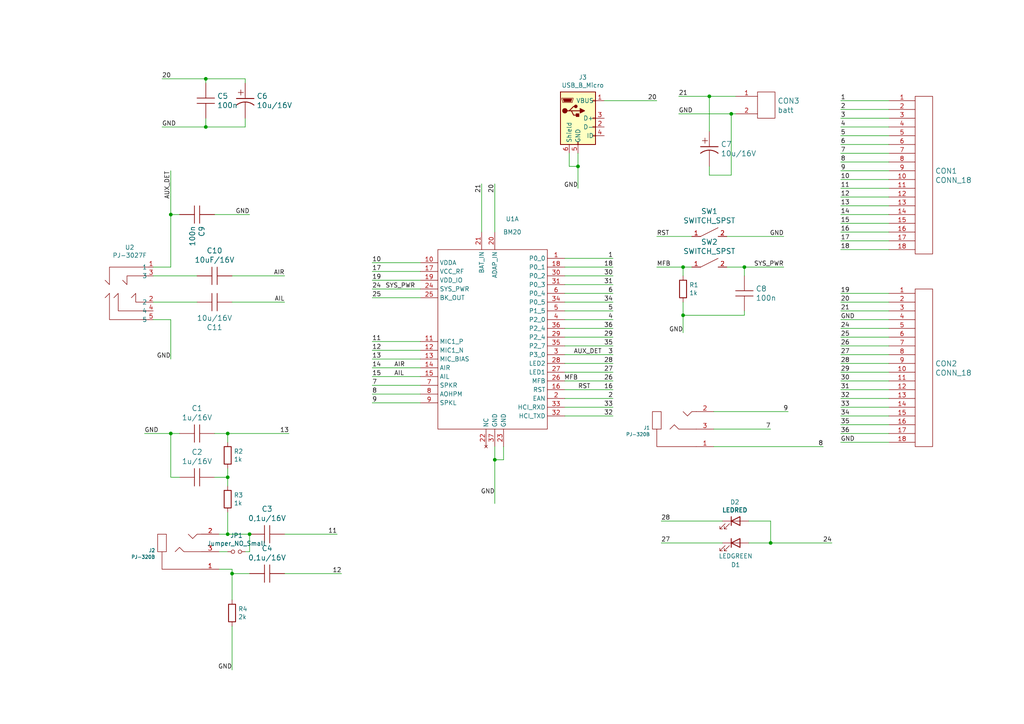
<source format=kicad_sch>
(kicad_sch (version 20200602) (host eeschema "5.99.0-unknown-6083c08~88~ubuntu18.04.1")
  (page 1 1)
  (paper "A4")
  (lib_symbols
    (symbol "BM20_breadboard_adapter-rescue:BM20-BM2x"
      (property "Reference" "U" (at 7.62 3.81 0))
      (property "Value" "BM20-BM2x" (at 7.62 6.35 0))
      (symbol "BM20-BM2x_1_1"
        (pin bidirectional line (at 29.21 25.4 180) (length 5.08) (name "P0_0") (number "1"))
        (pin power_out line (at -12.7 24.13 0) (length 5.08) (name "VDDA") (number "10"))
        (pin input line (at -12.7 1.27 0) (length 5.08) (name "MIC1_P") (number "11"))
        (pin input line (at -12.7 -1.27 0) (length 5.08) (name "MIC1_N") (number "12"))
        (pin power_out line (at -12.7 -3.81 0) (length 5.08) (name "MIC_BIAS") (number "13"))
        (pin input line (at -12.7 -6.35 0) (length 5.08) (name "AIR") (number "14"))
        (pin input line (at -12.7 -8.89 0) (length 5.08) (name "AIL") (number "15"))
        (pin input line (at 29.21 -12.7 180) (length 5.08) (name "RST") (number "16"))
        (pin power_out line (at -12.7 21.59 0) (length 5.08) (name "VCC_RF") (number "17"))
        (pin input line (at 29.21 22.86 180) (length 5.08) (name "P0_1") (number "18"))
        (pin power_out line (at -12.7 19.05 0) (length 5.08) (name "VDD_IO") (number "19"))
        (pin input line (at 29.21 -15.24 180) (length 5.08) (name "EAN") (number "2"))
        (pin power_in line (at 8.89 33.02 270) (length 5.08) (name "ADAP_IN") (number "20"))
        (pin power_in line (at 5.08 33.02 270) (length 5.08) (name "BAT_IN") (number "21"))
        (pin unconnected line (at 6.35 -29.21 90) (length 5.08) (name "NC") (number "22"))
        (pin power_in line (at 11.43 -29.21 90) (length 5.08) (name "GND") (number "23"))
        (pin power_out line (at -12.7 16.51 0) (length 5.08) (name "SYS_PWR") (number "24"))
        (pin power_out line (at -12.7 13.97 0) (length 5.08) (name "BK_OUT") (number "25"))
        (pin input line (at 29.21 -10.16 180) (length 5.08) (name "MFB") (number "26"))
        (pin input line (at 29.21 -7.62 180) (length 5.08) (name "LED1") (number "27"))
        (pin input line (at 29.21 -5.08 180) (length 5.08) (name "LED2") (number "28"))
        (pin input line (at 29.21 2.54 180) (length 5.08) (name "P2_4") (number "29"))
        (pin input line (at 29.21 -2.54 180) (length 5.08) (name "P3_0") (number "3"))
        (pin input line (at 29.21 20.32 180) (length 5.08) (name "P0_2") (number "30"))
        (pin bidirectional line (at 29.21 17.78 180) (length 5.08) (name "P0_3") (number "31"))
        (pin output line (at 29.21 -20.32 180) (length 5.08) (name "HCI_TXD") (number "32"))
        (pin input line (at 29.21 -17.78 180) (length 5.08) (name "HCI_RXD") (number "33"))
        (pin input line (at 29.21 12.7 180) (length 5.08) (name "P0_5") (number "34"))
        (pin input line (at 29.21 0 180) (length 5.08) (name "P2_7") (number "35"))
        (pin input line (at 29.21 5.08 180) (length 5.08) (name "P2_4") (number "36"))
        (pin power_in line (at 8.89 -29.21 90) (length 5.08) (name "GND") (number "37"))
        (pin input line (at 29.21 7.62 180) (length 5.08) (name "P2_0") (number "4"))
        (pin bidirectional line (at 29.21 10.16 180) (length 5.08) (name "P1_5") (number "5"))
        (pin bidirectional line (at 29.21 15.24 180) (length 5.08) (name "P0_4") (number "6"))
        (pin output line (at -12.7 -11.43 0) (length 5.08) (name "SPKR") (number "7"))
        (pin output line (at -12.7 -13.97 0) (length 5.08) (name "AOHPM") (number "8"))
        (pin output line (at -12.7 -16.51 0) (length 5.08) (name "SPKL") (number "9"))
      )
      (symbol "BM20-BM2x_2_1"
        (pin input line (at 17.78 33.02 270) (length 5.08) (name "P0_0") (number "1-UB"))
        (pin input line (at -16.51 6.35 180) (length 5.08) (name "VDDA") (number "10-UB"))
        (pin input line (at -16.51 3.81 180) (length 5.08) (name "MIC1_P") (number "11-UB"))
        (pin input line (at -16.51 1.27 180) (length 5.08) (name "MIC1_N") (number "12-UB"))
        (pin input line (at -16.51 -1.27 180) (length 5.08) (name "MIC_BIAS") (number "13-UB"))
        (pin input line (at -12.7 -6.35 0) (length 5.08) (name "AIR") (number "14-UB"))
        (pin input line (at -12.7 -8.89 0) (length 5.08) (name "AIL") (number "15-UB"))
        (pin input line (at 29.21 -12.7 180) (length 5.08) (name "RST") (number "16-UB"))
        (pin power_out line (at -12.7 21.59 0) (length 5.08) (name "VCC_RF") (number "17-UB"))
        (pin input line (at 29.21 22.86 180) (length 5.08) (name "P0_1") (number "18-UB"))
        (pin power_out line (at -12.7 19.05 0) (length 5.08) (name "VDD_IO") (number "19-UB"))
        (pin input line (at 20.32 33.02 270) (length 5.08) (name "EAN") (number "2-UB"))
        (pin power_in line (at 8.89 33.02 270) (length 5.08) (name "ADAP_IN") (number "20-UB"))
        (pin power_in line (at 5.08 33.02 270) (length 5.08) (name "BAT_IN") (number "21-UB"))
        (pin unconnected line (at 6.35 -29.21 90) (length 5.08) (name "NC") (number "22-UB"))
        (pin power_in line (at 11.43 -29.21 90) (length 5.08) (name "GND") (number "23-UB"))
        (pin power_out line (at -12.7 16.51 0) (length 5.08) (name "SYS_PWR") (number "24-UB"))
        (pin power_out line (at -12.7 13.97 0) (length 5.08) (name "BK_OUT") (number "25-UB"))
        (pin input line (at 29.21 -10.16 180) (length 5.08) (name "MFB") (number "26-UB"))
        (pin input line (at 29.21 -7.62 180) (length 5.08) (name "LED1") (number "27-UB"))
        (pin input line (at 29.21 -5.08 180) (length 5.08) (name "LED2") (number "28-UB"))
        (pin input line (at 29.21 2.54 180) (length 5.08) (name "P2_4") (number "29-UB"))
        (pin input line (at 22.86 33.02 270) (length 5.08) (name "P3_0") (number "3-UB"))
        (pin input line (at 29.21 20.32 180) (length 5.08) (name "P0_2") (number "30-UB"))
        (pin bidirectional line (at 29.21 17.78 180) (length 5.08) (name "P0_3") (number "31-UB"))
        (pin output line (at 29.21 -20.32 180) (length 5.08) (name "HCI_TXD") (number "32-UB"))
        (pin input line (at 29.21 -17.78 180) (length 5.08) (name "HCI_RXD") (number "33-UB"))
        (pin input line (at 29.21 12.7 180) (length 5.08) (name "P0_5") (number "34-UB"))
        (pin input line (at 29.21 0 180) (length 5.08) (name "P2_7") (number "35-UB"))
        (pin input line (at 29.21 5.08 180) (length 5.08) (name "P2_4") (number "36-UB"))
        (pin power_in line (at 8.89 -29.21 90) (length 5.08) (name "GND") (number "37-UB"))
        (pin input line (at 25.4 33.02 270) (length 5.08) (name "P2_0") (number "4-UB"))
        (pin input line (at 30.48 33.02 270) (length 5.08) (name "P1_5") (number "5-UB"))
        (pin input line (at 27.94 33.02 270) (length 5.08) (name "P0_4") (number "6-UB"))
        (pin input line (at 25.4 -10.16 90) (length 5.08) (name "SPKR") (number "7-UB"))
        (pin input line (at 64.77 -13.97 90) (length 5.08) (name "AOHPM") (number "8-UB"))
        (pin input line (at -35.56 24.13 270) (length 5.08) (name "SPKL") (number "9-UB"))
      )
      (symbol "BM20-BM2x_3_1"
        (pin input line (at 17.78 33.02 270) (length 5.08) (name "P0_0") (number "1-UC"))
        (pin input line (at -16.51 6.35 180) (length 5.08) (name "VDDA") (number "10-UC"))
        (pin input line (at -16.51 3.81 180) (length 5.08) (name "MIC1_P") (number "11-UC"))
        (pin input line (at -16.51 1.27 180) (length 5.08) (name "MIC1_N") (number "12-UC"))
        (pin input line (at -16.51 -1.27 180) (length 5.08) (name "MIC_BIAS") (number "13-UC"))
        (pin input line (at -12.7 -6.35 0) (length 5.08) (name "AIR") (number "14-UC"))
        (pin input line (at -12.7 -8.89 0) (length 5.08) (name "AIL") (number "15-UC"))
        (pin input line (at 29.21 -12.7 180) (length 5.08) (name "RST") (number "16-UC"))
        (pin power_out line (at -12.7 21.59 0) (length 5.08) (name "VCC_RF") (number "17-UC"))
        (pin input line (at 29.21 22.86 180) (length 5.08) (name "P0_1") (number "18-UC"))
        (pin power_out line (at -12.7 19.05 0) (length 5.08) (name "VDD_IO") (number "19-UC"))
        (pin input line (at 20.32 33.02 270) (length 5.08) (name "EAN") (number "2-UC"))
        (pin power_in line (at 8.89 33.02 270) (length 5.08) (name "ADAP_IN") (number "20-UC"))
        (pin power_in line (at 5.08 33.02 270) (length 5.08) (name "BAT_IN") (number "21-UC"))
        (pin unconnected line (at 6.35 -29.21 90) (length 5.08) (name "NC") (number "22-UC"))
        (pin power_in line (at 11.43 -29.21 90) (length 5.08) (name "GND") (number "23-UC"))
        (pin power_out line (at -12.7 16.51 0) (length 5.08) (name "SYS_PWR") (number "24-UC"))
        (pin power_out line (at -12.7 13.97 0) (length 5.08) (name "BK_OUT") (number "25-UC"))
        (pin input line (at 29.21 -10.16 180) (length 5.08) (name "MFB") (number "26-UC"))
        (pin input line (at 29.21 -7.62 180) (length 5.08) (name "LED1") (number "27-UC"))
        (pin input line (at 29.21 -5.08 180) (length 5.08) (name "LED2") (number "28-UC"))
        (pin input line (at 29.21 2.54 180) (length 5.08) (name "P2_4") (number "29-UC"))
        (pin input line (at 22.86 33.02 270) (length 5.08) (name "P3_0") (number "3-UC"))
        (pin input line (at 29.21 20.32 180) (length 5.08) (name "P0_2") (number "30-UC"))
        (pin bidirectional line (at 29.21 17.78 180) (length 5.08) (name "P0_3") (number "31-UC"))
        (pin output line (at 29.21 -20.32 180) (length 5.08) (name "HCI_TXD") (number "32-UC"))
        (pin input line (at 29.21 -17.78 180) (length 5.08) (name "HCI_RXD") (number "33-UC"))
        (pin input line (at 29.21 12.7 180) (length 5.08) (name "P0_5") (number "34-UC"))
        (pin input line (at 29.21 0 180) (length 5.08) (name "P2_7") (number "35-UC"))
        (pin input line (at 29.21 5.08 180) (length 5.08) (name "P2_4") (number "36-UC"))
        (pin power_in line (at 8.89 -29.21 90) (length 5.08) (name "GND") (number "37-UC"))
        (pin input line (at 25.4 33.02 270) (length 5.08) (name "P2_0") (number "4-UC"))
        (pin input line (at 30.48 33.02 270) (length 5.08) (name "P1_5") (number "5-UC"))
        (pin input line (at 27.94 33.02 270) (length 5.08) (name "P0_4") (number "6-UC"))
        (pin input line (at 25.4 -10.16 90) (length 5.08) (name "SPKR") (number "7-UC"))
        (pin input line (at 64.77 -13.97 90) (length 5.08) (name "AOHPM") (number "8-UC"))
        (pin input line (at -35.56 24.13 270) (length 5.08) (name "SPKL") (number "9-UC"))
      )
      (symbol "BM20-BM2x_4_1"
        (pin input line (at 17.78 33.02 270) (length 5.08) (name "P0_0") (number "1-UD"))
        (pin input line (at -16.51 6.35 180) (length 5.08) (name "VDDA") (number "10-UD"))
        (pin input line (at -16.51 3.81 180) (length 5.08) (name "MIC1_P") (number "11-UD"))
        (pin input line (at -16.51 1.27 180) (length 5.08) (name "MIC1_N") (number "12-UD"))
        (pin input line (at -16.51 -1.27 180) (length 5.08) (name "MIC_BIAS") (number "13-UD"))
        (pin input line (at -12.7 -6.35 0) (length 5.08) (name "AIR") (number "14-UD"))
        (pin input line (at -12.7 -8.89 0) (length 5.08) (name "AIL") (number "15-UD"))
        (pin input line (at 29.21 -12.7 180) (length 5.08) (name "RST") (number "16-UD"))
        (pin power_out line (at -12.7 21.59 0) (length 5.08) (name "VCC_RF") (number "17-UD"))
        (pin input line (at 29.21 22.86 180) (length 5.08) (name "P0_1") (number "18-UD"))
        (pin power_out line (at -12.7 19.05 0) (length 5.08) (name "VDD_IO") (number "19-UD"))
        (pin input line (at 20.32 33.02 270) (length 5.08) (name "EAN") (number "2-UD"))
        (pin power_in line (at 8.89 33.02 270) (length 5.08) (name "ADAP_IN") (number "20-UD"))
        (pin power_in line (at 5.08 33.02 270) (length 5.08) (name "BAT_IN") (number "21-UD"))
        (pin unconnected line (at 6.35 -29.21 90) (length 5.08) (name "NC") (number "22-UD"))
        (pin power_in line (at 11.43 -29.21 90) (length 5.08) (name "GND") (number "23-UD"))
        (pin power_out line (at -12.7 16.51 0) (length 5.08) (name "SYS_PWR") (number "24-UD"))
        (pin power_out line (at -12.7 13.97 0) (length 5.08) (name "BK_OUT") (number "25-UD"))
        (pin input line (at 29.21 -10.16 180) (length 5.08) (name "MFB") (number "26-UD"))
        (pin input line (at 29.21 -7.62 180) (length 5.08) (name "LED1") (number "27-UD"))
        (pin input line (at 29.21 -5.08 180) (length 5.08) (name "LED2") (number "28-UD"))
        (pin input line (at 29.21 2.54 180) (length 5.08) (name "P2_4") (number "29-UD"))
        (pin input line (at 22.86 33.02 270) (length 5.08) (name "P3_0") (number "3-UD"))
        (pin input line (at 29.21 20.32 180) (length 5.08) (name "P0_2") (number "30-UD"))
        (pin bidirectional line (at 29.21 17.78 180) (length 5.08) (name "P0_3") (number "31-UD"))
        (pin output line (at 29.21 -20.32 180) (length 5.08) (name "HCI_TXD") (number "32-UD"))
        (pin input line (at 29.21 -17.78 180) (length 5.08) (name "HCI_RXD") (number "33-UD"))
        (pin input line (at 29.21 12.7 180) (length 5.08) (name "P0_5") (number "34-UD"))
        (pin input line (at 29.21 0 180) (length 5.08) (name "P2_7") (number "35-UD"))
        (pin input line (at 29.21 5.08 180) (length 5.08) (name "P2_4") (number "36-UD"))
        (pin power_in line (at 8.89 -29.21 90) (length 5.08) (name "GND") (number "37-UD"))
        (pin input line (at 25.4 33.02 270) (length 5.08) (name "P2_0") (number "4-UD"))
        (pin input line (at 30.48 33.02 270) (length 5.08) (name "P1_5") (number "5-UD"))
        (pin input line (at 27.94 33.02 270) (length 5.08) (name "P0_4") (number "6-UD"))
        (pin input line (at 25.4 -10.16 90) (length 5.08) (name "SPKR") (number "7-UD"))
        (pin input line (at 64.77 -13.97 90) (length 5.08) (name "AOHPM") (number "8-UD"))
        (pin input line (at -35.56 24.13 270) (length 5.08) (name "SPKL") (number "9-UD"))
      )
      (symbol "BM20-BM2x_5_1"
        (pin input line (at 17.78 33.02 270) (length 5.08) (name "P0_0") (number "1-UE"))
        (pin input line (at -16.51 6.35 180) (length 5.08) (name "VDDA") (number "10-UE"))
        (pin input line (at -16.51 3.81 180) (length 5.08) (name "MIC1_P") (number "11-UE"))
        (pin input line (at -16.51 1.27 180) (length 5.08) (name "MIC1_N") (number "12-UE"))
        (pin input line (at -16.51 -1.27 180) (length 5.08) (name "MIC_BIAS") (number "13-UE"))
        (pin input line (at -12.7 -6.35 0) (length 5.08) (name "AIR") (number "14-UE"))
        (pin input line (at -12.7 -8.89 0) (length 5.08) (name "AIL") (number "15-UE"))
        (pin input line (at 29.21 -12.7 180) (length 5.08) (name "RST") (number "16-UE"))
        (pin power_out line (at -12.7 21.59 0) (length 5.08) (name "VCC_RF") (number "17-UE"))
        (pin input line (at 29.21 22.86 180) (length 5.08) (name "P0_1") (number "18-UE"))
        (pin power_out line (at -12.7 19.05 0) (length 5.08) (name "VDD_IO") (number "19-UE"))
        (pin input line (at 20.32 33.02 270) (length 5.08) (name "EAN") (number "2-UE"))
        (pin power_in line (at 8.89 33.02 270) (length 5.08) (name "ADAP_IN") (number "20-UE"))
        (pin power_in line (at 5.08 33.02 270) (length 5.08) (name "BAT_IN") (number "21-UE"))
        (pin unconnected line (at 6.35 -29.21 90) (length 5.08) (name "NC") (number "22-UE"))
        (pin power_in line (at 11.43 -29.21 90) (length 5.08) (name "GND") (number "23-UE"))
        (pin power_out line (at -12.7 16.51 0) (length 5.08) (name "SYS_PWR") (number "24-UE"))
        (pin power_out line (at -12.7 13.97 0) (length 5.08) (name "BK_OUT") (number "25-UE"))
        (pin input line (at 29.21 -10.16 180) (length 5.08) (name "MFB") (number "26-UE"))
        (pin input line (at 29.21 -7.62 180) (length 5.08) (name "LED1") (number "27-UE"))
        (pin input line (at 29.21 -5.08 180) (length 5.08) (name "LED2") (number "28-UE"))
        (pin input line (at 29.21 2.54 180) (length 5.08) (name "P2_4") (number "29-UE"))
        (pin input line (at 22.86 33.02 270) (length 5.08) (name "P3_0") (number "3-UE"))
        (pin input line (at 29.21 20.32 180) (length 5.08) (name "P0_2") (number "30-UE"))
        (pin bidirectional line (at 29.21 17.78 180) (length 5.08) (name "P0_3") (number "31-UE"))
        (pin output line (at 29.21 -20.32 180) (length 5.08) (name "HCI_TXD") (number "32-UE"))
        (pin input line (at 29.21 -17.78 180) (length 5.08) (name "HCI_RXD") (number "33-UE"))
        (pin input line (at 29.21 12.7 180) (length 5.08) (name "P0_5") (number "34-UE"))
        (pin input line (at 29.21 0 180) (length 5.08) (name "P2_7") (number "35-UE"))
        (pin input line (at 29.21 5.08 180) (length 5.08) (name "P2_4") (number "36-UE"))
        (pin power_in line (at 8.89 -29.21 90) (length 5.08) (name "GND") (number "37-UE"))
        (pin input line (at 25.4 33.02 270) (length 5.08) (name "P2_0") (number "4-UE"))
        (pin input line (at 30.48 33.02 270) (length 5.08) (name "P1_5") (number "5-UE"))
        (pin input line (at 27.94 33.02 270) (length 5.08) (name "P0_4") (number "6-UE"))
        (pin input line (at 25.4 -10.16 90) (length 5.08) (name "SPKR") (number "7-UE"))
        (pin input line (at 64.77 -13.97 90) (length 5.08) (name "AOHPM") (number "8-UE"))
        (pin input line (at -35.56 24.13 270) (length 5.08) (name "SPKL") (number "9-UE"))
      )
      (symbol "BM20-BM2x_6_1"
        (pin input line (at 17.78 33.02 270) (length 5.08) (name "P0_0") (number "1-UF"))
        (pin input line (at -16.51 6.35 180) (length 5.08) (name "VDDA") (number "10-UF"))
        (pin input line (at -16.51 3.81 180) (length 5.08) (name "MIC1_P") (number "11-UF"))
        (pin input line (at -16.51 1.27 180) (length 5.08) (name "MIC1_N") (number "12-UF"))
        (pin input line (at -16.51 -1.27 180) (length 5.08) (name "MIC_BIAS") (number "13-UF"))
        (pin input line (at -12.7 -6.35 0) (length 5.08) (name "AIR") (number "14-UF"))
        (pin input line (at -12.7 -8.89 0) (length 5.08) (name "AIL") (number "15-UF"))
        (pin input line (at 29.21 -12.7 180) (length 5.08) (name "RST") (number "16-UF"))
        (pin power_out line (at -12.7 21.59 0) (length 5.08) (name "VCC_RF") (number "17-UF"))
        (pin input line (at 29.21 22.86 180) (length 5.08) (name "P0_1") (number "18-UF"))
        (pin power_out line (at -12.7 19.05 0) (length 5.08) (name "VDD_IO") (number "19-UF"))
        (pin input line (at 20.32 33.02 270) (length 5.08) (name "EAN") (number "2-UF"))
        (pin power_in line (at 8.89 33.02 270) (length 5.08) (name "ADAP_IN") (number "20-UF"))
        (pin power_in line (at 5.08 33.02 270) (length 5.08) (name "BAT_IN") (number "21-UF"))
        (pin unconnected line (at 6.35 -29.21 90) (length 5.08) (name "NC") (number "22-UF"))
        (pin power_in line (at 11.43 -29.21 90) (length 5.08) (name "GND") (number "23-UF"))
        (pin power_out line (at -12.7 16.51 0) (length 5.08) (name "SYS_PWR") (number "24-UF"))
        (pin power_out line (at -12.7 13.97 0) (length 5.08) (name "BK_OUT") (number "25-UF"))
        (pin input line (at 29.21 -10.16 180) (length 5.08) (name "MFB") (number "26-UF"))
        (pin input line (at 29.21 -7.62 180) (length 5.08) (name "LED1") (number "27-UF"))
        (pin input line (at 29.21 -5.08 180) (length 5.08) (name "LED2") (number "28-UF"))
        (pin input line (at 29.21 2.54 180) (length 5.08) (name "P2_4") (number "29-UF"))
        (pin input line (at 22.86 33.02 270) (length 5.08) (name "P3_0") (number "3-UF"))
        (pin input line (at 29.21 20.32 180) (length 5.08) (name "P0_2") (number "30-UF"))
        (pin bidirectional line (at 29.21 17.78 180) (length 5.08) (name "P0_3") (number "31-UF"))
        (pin output line (at 29.21 -20.32 180) (length 5.08) (name "HCI_TXD") (number "32-UF"))
        (pin input line (at 29.21 -17.78 180) (length 5.08) (name "HCI_RXD") (number "33-UF"))
        (pin input line (at 29.21 12.7 180) (length 5.08) (name "P0_5") (number "34-UF"))
        (pin input line (at 29.21 0 180) (length 5.08) (name "P2_7") (number "35-UF"))
        (pin input line (at 29.21 5.08 180) (length 5.08) (name "P2_4") (number "36-UF"))
        (pin power_in line (at 8.89 -29.21 90) (length 5.08) (name "GND") (number "37-UF"))
        (pin input line (at 25.4 33.02 270) (length 5.08) (name "P2_0") (number "4-UF"))
        (pin input line (at 30.48 33.02 270) (length 5.08) (name "P1_5") (number "5-UF"))
        (pin input line (at 27.94 33.02 270) (length 5.08) (name "P0_4") (number "6-UF"))
        (pin input line (at 25.4 -10.16 90) (length 5.08) (name "SPKR") (number "7-UF"))
        (pin input line (at 64.77 -13.97 90) (length 5.08) (name "AOHPM") (number "8-UF"))
        (pin input line (at -35.56 24.13 270) (length 5.08) (name "SPKL") (number "9-UF"))
      )
      (symbol "BM20-BM2x_7_1"
        (pin input line (at 17.78 33.02 270) (length 5.08) (name "P0_0") (number "1-UG"))
        (pin input line (at -16.51 6.35 180) (length 5.08) (name "VDDA") (number "10-UG"))
        (pin input line (at -16.51 3.81 180) (length 5.08) (name "MIC1_P") (number "11-UG"))
        (pin input line (at -16.51 1.27 180) (length 5.08) (name "MIC1_N") (number "12-UG"))
        (pin input line (at -16.51 -1.27 180) (length 5.08) (name "MIC_BIAS") (number "13-UG"))
        (pin input line (at -12.7 -6.35 0) (length 5.08) (name "AIR") (number "14-UG"))
        (pin input line (at -12.7 -8.89 0) (length 5.08) (name "AIL") (number "15-UG"))
        (pin input line (at 29.21 -12.7 180) (length 5.08) (name "RST") (number "16-UG"))
        (pin power_out line (at -12.7 21.59 0) (length 5.08) (name "VCC_RF") (number "17-UG"))
        (pin input line (at 29.21 22.86 180) (length 5.08) (name "P0_1") (number "18-UG"))
        (pin power_out line (at -12.7 19.05 0) (length 5.08) (name "VDD_IO") (number "19-UG"))
        (pin input line (at 20.32 33.02 270) (length 5.08) (name "EAN") (number "2-UG"))
        (pin power_in line (at 8.89 33.02 270) (length 5.08) (name "ADAP_IN") (number "20-UG"))
        (pin power_in line (at 5.08 33.02 270) (length 5.08) (name "BAT_IN") (number "21-UG"))
        (pin unconnected line (at 6.35 -29.21 90) (length 5.08) (name "NC") (number "22-UG"))
        (pin power_in line (at 11.43 -29.21 90) (length 5.08) (name "GND") (number "23-UG"))
        (pin power_out line (at -12.7 16.51 0) (length 5.08) (name "SYS_PWR") (number "24-UG"))
        (pin power_out line (at -12.7 13.97 0) (length 5.08) (name "BK_OUT") (number "25-UG"))
        (pin input line (at 29.21 -10.16 180) (length 5.08) (name "MFB") (number "26-UG"))
        (pin input line (at 29.21 -7.62 180) (length 5.08) (name "LED1") (number "27-UG"))
        (pin input line (at 29.21 -5.08 180) (length 5.08) (name "LED2") (number "28-UG"))
        (pin input line (at 29.21 2.54 180) (length 5.08) (name "P2_4") (number "29-UG"))
        (pin input line (at 22.86 33.02 270) (length 5.08) (name "P3_0") (number "3-UG"))
        (pin input line (at 29.21 20.32 180) (length 5.08) (name "P0_2") (number "30-UG"))
        (pin bidirectional line (at 29.21 17.78 180) (length 5.08) (name "P0_3") (number "31-UG"))
        (pin output line (at 29.21 -20.32 180) (length 5.08) (name "HCI_TXD") (number "32-UG"))
        (pin input line (at 29.21 -17.78 180) (length 5.08) (name "HCI_RXD") (number "33-UG"))
        (pin input line (at 29.21 12.7 180) (length 5.08) (name "P0_5") (number "34-UG"))
        (pin input line (at 29.21 0 180) (length 5.08) (name "P2_7") (number "35-UG"))
        (pin input line (at 29.21 5.08 180) (length 5.08) (name "P2_4") (number "36-UG"))
        (pin power_in line (at 8.89 -29.21 90) (length 5.08) (name "GND") (number "37-UG"))
        (pin input line (at 25.4 33.02 270) (length 5.08) (name "P2_0") (number "4-UG"))
        (pin input line (at 30.48 33.02 270) (length 5.08) (name "P1_5") (number "5-UG"))
        (pin input line (at 27.94 33.02 270) (length 5.08) (name "P0_4") (number "6-UG"))
        (pin input line (at 25.4 -10.16 90) (length 5.08) (name "SPKR") (number "7-UG"))
        (pin input line (at 64.77 -13.97 90) (length 5.08) (name "AOHPM") (number "8-UG"))
        (pin input line (at -35.56 24.13 270) (length 5.08) (name "SPKL") (number "9-UG"))
      )
      (symbol "BM20-BM2x_8_1"
        (pin input line (at 17.78 33.02 270) (length 5.08) (name "P0_0") (number "1-UH"))
        (pin input line (at -16.51 6.35 180) (length 5.08) (name "VDDA") (number "10-UH"))
        (pin input line (at -16.51 3.81 180) (length 5.08) (name "MIC1_P") (number "11-UH"))
        (pin input line (at -16.51 1.27 180) (length 5.08) (name "MIC1_N") (number "12-UH"))
        (pin input line (at -16.51 -1.27 180) (length 5.08) (name "MIC_BIAS") (number "13-UH"))
        (pin input line (at -12.7 -6.35 0) (length 5.08) (name "AIR") (number "14-UH"))
        (pin input line (at -12.7 -8.89 0) (length 5.08) (name "AIL") (number "15-UH"))
        (pin input line (at 29.21 -12.7 180) (length 5.08) (name "RST") (number "16-UH"))
        (pin power_out line (at -12.7 21.59 0) (length 5.08) (name "VCC_RF") (number "17-UH"))
        (pin input line (at 29.21 22.86 180) (length 5.08) (name "P0_1") (number "18-UH"))
        (pin power_out line (at -12.7 19.05 0) (length 5.08) (name "VDD_IO") (number "19-UH"))
        (pin input line (at 20.32 33.02 270) (length 5.08) (name "EAN") (number "2-UH"))
        (pin power_in line (at 8.89 33.02 270) (length 5.08) (name "ADAP_IN") (number "20-UH"))
        (pin power_in line (at 5.08 33.02 270) (length 5.08) (name "BAT_IN") (number "21-UH"))
        (pin unconnected line (at 6.35 -29.21 90) (length 5.08) (name "NC") (number "22-UH"))
        (pin power_in line (at 11.43 -29.21 90) (length 5.08) (name "GND") (number "23-UH"))
        (pin power_out line (at -12.7 16.51 0) (length 5.08) (name "SYS_PWR") (number "24-UH"))
        (pin power_out line (at -12.7 13.97 0) (length 5.08) (name "BK_OUT") (number "25-UH"))
        (pin input line (at 29.21 -10.16 180) (length 5.08) (name "MFB") (number "26-UH"))
        (pin input line (at 29.21 -7.62 180) (length 5.08) (name "LED1") (number "27-UH"))
        (pin input line (at 29.21 -5.08 180) (length 5.08) (name "LED2") (number "28-UH"))
        (pin input line (at 29.21 2.54 180) (length 5.08) (name "P2_4") (number "29-UH"))
        (pin input line (at 22.86 33.02 270) (length 5.08) (name "P3_0") (number "3-UH"))
        (pin input line (at 29.21 20.32 180) (length 5.08) (name "P0_2") (number "30-UH"))
        (pin bidirectional line (at 29.21 17.78 180) (length 5.08) (name "P0_3") (number "31-UH"))
        (pin output line (at 29.21 -20.32 180) (length 5.08) (name "HCI_TXD") (number "32-UH"))
        (pin input line (at 29.21 -17.78 180) (length 5.08) (name "HCI_RXD") (number "33-UH"))
        (pin input line (at 29.21 12.7 180) (length 5.08) (name "P0_5") (number "34-UH"))
        (pin input line (at 29.21 0 180) (length 5.08) (name "P2_7") (number "35-UH"))
        (pin input line (at 29.21 5.08 180) (length 5.08) (name "P2_4") (number "36-UH"))
        (pin power_in line (at 8.89 -29.21 90) (length 5.08) (name "GND") (number "37-UH"))
        (pin input line (at 25.4 33.02 270) (length 5.08) (name "P2_0") (number "4-UH"))
        (pin input line (at 30.48 33.02 270) (length 5.08) (name "P1_5") (number "5-UH"))
        (pin input line (at 27.94 33.02 270) (length 5.08) (name "P0_4") (number "6-UH"))
        (pin input line (at 25.4 -10.16 90) (length 5.08) (name "SPKR") (number "7-UH"))
        (pin input line (at 64.77 -13.97 90) (length 5.08) (name "AOHPM") (number "8-UH"))
        (pin input line (at -35.56 24.13 270) (length 5.08) (name "SPKL") (number "9-UH"))
      )
      (symbol "BM20-BM2x_9_1"
        (pin input line (at 17.78 33.02 270) (length 5.08) (name "P0_0") (number "1-UI"))
        (pin input line (at -16.51 6.35 180) (length 5.08) (name "VDDA") (number "10-UI"))
        (pin input line (at -16.51 3.81 180) (length 5.08) (name "MIC1_P") (number "11-UI"))
        (pin input line (at -16.51 1.27 180) (length 5.08) (name "MIC1_N") (number "12-UI"))
        (pin input line (at -16.51 -1.27 180) (length 5.08) (name "MIC_BIAS") (number "13-UI"))
        (pin input line (at -12.7 -6.35 0) (length 5.08) (name "AIR") (number "14-UI"))
        (pin input line (at -12.7 -8.89 0) (length 5.08) (name "AIL") (number "15-UI"))
        (pin input line (at 29.21 -12.7 180) (length 5.08) (name "RST") (number "16-UI"))
        (pin power_out line (at -12.7 21.59 0) (length 5.08) (name "VCC_RF") (number "17-UI"))
        (pin input line (at 29.21 22.86 180) (length 5.08) (name "P0_1") (number "18-UI"))
        (pin power_out line (at -12.7 19.05 0) (length 5.08) (name "VDD_IO") (number "19-UI"))
        (pin input line (at 20.32 33.02 270) (length 5.08) (name "EAN") (number "2-UI"))
        (pin power_in line (at 8.89 33.02 270) (length 5.08) (name "ADAP_IN") (number "20-UI"))
        (pin power_in line (at 5.08 33.02 270) (length 5.08) (name "BAT_IN") (number "21-UI"))
        (pin unconnected line (at 6.35 -29.21 90) (length 5.08) (name "NC") (number "22-UI"))
        (pin power_in line (at 11.43 -29.21 90) (length 5.08) (name "GND") (number "23-UI"))
        (pin power_out line (at -12.7 16.51 0) (length 5.08) (name "SYS_PWR") (number "24-UI"))
        (pin power_out line (at -12.7 13.97 0) (length 5.08) (name "BK_OUT") (number "25-UI"))
        (pin input line (at 29.21 -10.16 180) (length 5.08) (name "MFB") (number "26-UI"))
        (pin input line (at 29.21 -7.62 180) (length 5.08) (name "LED1") (number "27-UI"))
        (pin input line (at 29.21 -5.08 180) (length 5.08) (name "LED2") (number "28-UI"))
        (pin input line (at 29.21 2.54 180) (length 5.08) (name "P2_4") (number "29-UI"))
        (pin input line (at 22.86 33.02 270) (length 5.08) (name "P3_0") (number "3-UI"))
        (pin input line (at 29.21 20.32 180) (length 5.08) (name "P0_2") (number "30-UI"))
        (pin bidirectional line (at 29.21 17.78 180) (length 5.08) (name "P0_3") (number "31-UI"))
        (pin output line (at 29.21 -20.32 180) (length 5.08) (name "HCI_TXD") (number "32-UI"))
        (pin input line (at 29.21 -17.78 180) (length 5.08) (name "HCI_RXD") (number "33-UI"))
        (pin input line (at 29.21 12.7 180) (length 5.08) (name "P0_5") (number "34-UI"))
        (pin input line (at 29.21 0 180) (length 5.08) (name "P2_7") (number "35-UI"))
        (pin input line (at 29.21 5.08 180) (length 5.08) (name "P2_4") (number "36-UI"))
        (pin power_in line (at 8.89 -29.21 90) (length 5.08) (name "GND") (number "37-UI"))
        (pin input line (at 25.4 33.02 270) (length 5.08) (name "P2_0") (number "4-UI"))
        (pin input line (at 30.48 33.02 270) (length 5.08) (name "P1_5") (number "5-UI"))
        (pin input line (at 27.94 33.02 270) (length 5.08) (name "P0_4") (number "6-UI"))
        (pin input line (at 25.4 -10.16 90) (length 5.08) (name "SPKR") (number "7-UI"))
        (pin input line (at 64.77 -13.97 90) (length 5.08) (name "AOHPM") (number "8-UI"))
        (pin input line (at -35.56 24.13 270) (length 5.08) (name "SPKL") (number "9-UI"))
      )
      (symbol "BM20-BM2x_10_1"
        (pin input line (at 17.78 33.02 270) (length 5.08) (name "P0_0") (number "1-UJ"))
        (pin input line (at -16.51 6.35 180) (length 5.08) (name "VDDA") (number "10-UJ"))
        (pin input line (at -16.51 3.81 180) (length 5.08) (name "MIC1_P") (number "11-UJ"))
        (pin input line (at -16.51 1.27 180) (length 5.08) (name "MIC1_N") (number "12-UJ"))
        (pin input line (at -16.51 -1.27 180) (length 5.08) (name "MIC_BIAS") (number "13-UJ"))
        (pin input line (at -12.7 -6.35 0) (length 5.08) (name "AIR") (number "14-UJ"))
        (pin input line (at -12.7 -8.89 0) (length 5.08) (name "AIL") (number "15-UJ"))
        (pin input line (at 29.21 -12.7 180) (length 5.08) (name "RST") (number "16-UJ"))
        (pin power_out line (at -12.7 21.59 0) (length 5.08) (name "VCC_RF") (number "17-UJ"))
        (pin input line (at 29.21 22.86 180) (length 5.08) (name "P0_1") (number "18-UJ"))
        (pin power_out line (at -12.7 19.05 0) (length 5.08) (name "VDD_IO") (number "19-UJ"))
        (pin input line (at 20.32 33.02 270) (length 5.08) (name "EAN") (number "2-UJ"))
        (pin power_in line (at 8.89 33.02 270) (length 5.08) (name "ADAP_IN") (number "20-UJ"))
        (pin power_in line (at 5.08 33.02 270) (length 5.08) (name "BAT_IN") (number "21-UJ"))
        (pin unconnected line (at 6.35 -29.21 90) (length 5.08) (name "NC") (number "22-UJ"))
        (pin power_in line (at 11.43 -29.21 90) (length 5.08) (name "GND") (number "23-UJ"))
        (pin power_out line (at -12.7 16.51 0) (length 5.08) (name "SYS_PWR") (number "24-UJ"))
        (pin power_out line (at -12.7 13.97 0) (length 5.08) (name "BK_OUT") (number "25-UJ"))
        (pin input line (at 29.21 -10.16 180) (length 5.08) (name "MFB") (number "26-UJ"))
        (pin input line (at 29.21 -7.62 180) (length 5.08) (name "LED1") (number "27-UJ"))
        (pin input line (at 29.21 -5.08 180) (length 5.08) (name "LED2") (number "28-UJ"))
        (pin input line (at 29.21 2.54 180) (length 5.08) (name "P2_4") (number "29-UJ"))
        (pin input line (at 22.86 33.02 270) (length 5.08) (name "P3_0") (number "3-UJ"))
        (pin input line (at 29.21 20.32 180) (length 5.08) (name "P0_2") (number "30-UJ"))
        (pin bidirectional line (at 29.21 17.78 180) (length 5.08) (name "P0_3") (number "31-UJ"))
        (pin output line (at 29.21 -20.32 180) (length 5.08) (name "HCI_TXD") (number "32-UJ"))
        (pin input line (at 29.21 -17.78 180) (length 5.08) (name "HCI_RXD") (number "33-UJ"))
        (pin input line (at 29.21 12.7 180) (length 5.08) (name "P0_5") (number "34-UJ"))
        (pin input line (at 29.21 0 180) (length 5.08) (name "P2_7") (number "35-UJ"))
        (pin input line (at 29.21 5.08 180) (length 5.08) (name "P2_4") (number "36-UJ"))
        (pin power_in line (at 8.89 -29.21 90) (length 5.08) (name "GND") (number "37-UJ"))
        (pin input line (at 25.4 33.02 270) (length 5.08) (name "P2_0") (number "4-UJ"))
        (pin input line (at 30.48 33.02 270) (length 5.08) (name "P1_5") (number "5-UJ"))
        (pin input line (at 27.94 33.02 270) (length 5.08) (name "P0_4") (number "6-UJ"))
        (pin input line (at 25.4 -10.16 90) (length 5.08) (name "SPKR") (number "7-UJ"))
        (pin input line (at 64.77 -13.97 90) (length 5.08) (name "AOHPM") (number "8-UJ"))
        (pin input line (at -35.56 24.13 270) (length 5.08) (name "SPKL") (number "9-UJ"))
      )
      (symbol "BM20-BM2x_11_1"
        (pin input line (at 17.78 33.02 270) (length 5.08) (name "P0_0") (number "1-UK"))
        (pin input line (at -16.51 6.35 180) (length 5.08) (name "VDDA") (number "10-UK"))
        (pin input line (at -16.51 3.81 180) (length 5.08) (name "MIC1_P") (number "11-UK"))
        (pin input line (at -16.51 1.27 180) (length 5.08) (name "MIC1_N") (number "12-UK"))
        (pin input line (at -16.51 -1.27 180) (length 5.08) (name "MIC_BIAS") (number "13-UK"))
        (pin input line (at -12.7 -6.35 0) (length 5.08) (name "AIR") (number "14-UK"))
        (pin input line (at -12.7 -8.89 0) (length 5.08) (name "AIL") (number "15-UK"))
        (pin input line (at 29.21 -12.7 180) (length 5.08) (name "RST") (number "16-UK"))
        (pin power_out line (at -12.7 21.59 0) (length 5.08) (name "VCC_RF") (number "17-UK"))
        (pin input line (at 29.21 22.86 180) (length 5.08) (name "P0_1") (number "18-UK"))
        (pin power_out line (at -12.7 19.05 0) (length 5.08) (name "VDD_IO") (number "19-UK"))
        (pin input line (at 20.32 33.02 270) (length 5.08) (name "EAN") (number "2-UK"))
        (pin power_in line (at 8.89 33.02 270) (length 5.08) (name "ADAP_IN") (number "20-UK"))
        (pin power_in line (at 5.08 33.02 270) (length 5.08) (name "BAT_IN") (number "21-UK"))
        (pin unconnected line (at 6.35 -29.21 90) (length 5.08) (name "NC") (number "22-UK"))
        (pin power_in line (at 11.43 -29.21 90) (length 5.08) (name "GND") (number "23-UK"))
        (pin power_out line (at -12.7 16.51 0) (length 5.08) (name "SYS_PWR") (number "24-UK"))
        (pin power_out line (at -12.7 13.97 0) (length 5.08) (name "BK_OUT") (number "25-UK"))
        (pin input line (at 29.21 -10.16 180) (length 5.08) (name "MFB") (number "26-UK"))
        (pin input line (at 29.21 -7.62 180) (length 5.08) (name "LED1") (number "27-UK"))
        (pin input line (at 29.21 -5.08 180) (length 5.08) (name "LED2") (number "28-UK"))
        (pin input line (at 29.21 2.54 180) (length 5.08) (name "P2_4") (number "29-UK"))
        (pin input line (at 22.86 33.02 270) (length 5.08) (name "P3_0") (number "3-UK"))
        (pin input line (at 29.21 20.32 180) (length 5.08) (name "P0_2") (number "30-UK"))
        (pin bidirectional line (at 29.21 17.78 180) (length 5.08) (name "P0_3") (number "31-UK"))
        (pin output line (at 29.21 -20.32 180) (length 5.08) (name "HCI_TXD") (number "32-UK"))
        (pin input line (at 29.21 -17.78 180) (length 5.08) (name "HCI_RXD") (number "33-UK"))
        (pin input line (at 29.21 12.7 180) (length 5.08) (name "P0_5") (number "34-UK"))
        (pin input line (at 29.21 0 180) (length 5.08) (name "P2_7") (number "35-UK"))
        (pin input line (at 29.21 5.08 180) (length 5.08) (name "P2_4") (number "36-UK"))
        (pin power_in line (at 8.89 -29.21 90) (length 5.08) (name "GND") (number "37-UK"))
        (pin input line (at 25.4 33.02 270) (length 5.08) (name "P2_0") (number "4-UK"))
        (pin input line (at 30.48 33.02 270) (length 5.08) (name "P1_5") (number "5-UK"))
        (pin input line (at 27.94 33.02 270) (length 5.08) (name "P0_4") (number "6-UK"))
        (pin input line (at 25.4 -10.16 90) (length 5.08) (name "SPKR") (number "7-UK"))
        (pin input line (at 64.77 -13.97 90) (length 5.08) (name "AOHPM") (number "8-UK"))
        (pin input line (at -35.56 24.13 270) (length 5.08) (name "SPKL") (number "9-UK"))
      )
      (symbol "BM20-BM2x_12_1"
        (pin input line (at 17.78 33.02 270) (length 5.08) (name "P0_0") (number "1-UL"))
        (pin input line (at -16.51 6.35 180) (length 5.08) (name "VDDA") (number "10-UL"))
        (pin input line (at -16.51 3.81 180) (length 5.08) (name "MIC1_P") (number "11-UL"))
        (pin input line (at -16.51 1.27 180) (length 5.08) (name "MIC1_N") (number "12-UL"))
        (pin input line (at -16.51 -1.27 180) (length 5.08) (name "MIC_BIAS") (number "13-UL"))
        (pin input line (at -12.7 -6.35 0) (length 5.08) (name "AIR") (number "14-UL"))
        (pin input line (at -12.7 -8.89 0) (length 5.08) (name "AIL") (number "15-UL"))
        (pin input line (at 29.21 -12.7 180) (length 5.08) (name "RST") (number "16-UL"))
        (pin power_out line (at -12.7 21.59 0) (length 5.08) (name "VCC_RF") (number "17-UL"))
        (pin input line (at 29.21 22.86 180) (length 5.08) (name "P0_1") (number "18-UL"))
        (pin power_out line (at -12.7 19.05 0) (length 5.08) (name "VDD_IO") (number "19-UL"))
        (pin input line (at 20.32 33.02 270) (length 5.08) (name "EAN") (number "2-UL"))
        (pin power_in line (at 8.89 33.02 270) (length 5.08) (name "ADAP_IN") (number "20-UL"))
        (pin power_in line (at 5.08 33.02 270) (length 5.08) (name "BAT_IN") (number "21-UL"))
        (pin unconnected line (at 6.35 -29.21 90) (length 5.08) (name "NC") (number "22-UL"))
        (pin power_in line (at 11.43 -29.21 90) (length 5.08) (name "GND") (number "23-UL"))
        (pin power_out line (at -12.7 16.51 0) (length 5.08) (name "SYS_PWR") (number "24-UL"))
        (pin power_out line (at -12.7 13.97 0) (length 5.08) (name "BK_OUT") (number "25-UL"))
        (pin input line (at 29.21 -10.16 180) (length 5.08) (name "MFB") (number "26-UL"))
        (pin input line (at 29.21 -7.62 180) (length 5.08) (name "LED1") (number "27-UL"))
        (pin input line (at 29.21 -5.08 180) (length 5.08) (name "LED2") (number "28-UL"))
        (pin input line (at 29.21 2.54 180) (length 5.08) (name "P2_4") (number "29-UL"))
        (pin input line (at 22.86 33.02 270) (length 5.08) (name "P3_0") (number "3-UL"))
        (pin input line (at 29.21 20.32 180) (length 5.08) (name "P0_2") (number "30-UL"))
        (pin bidirectional line (at 29.21 17.78 180) (length 5.08) (name "P0_3") (number "31-UL"))
        (pin output line (at 29.21 -20.32 180) (length 5.08) (name "HCI_TXD") (number "32-UL"))
        (pin input line (at 29.21 -17.78 180) (length 5.08) (name "HCI_RXD") (number "33-UL"))
        (pin input line (at 29.21 12.7 180) (length 5.08) (name "P0_5") (number "34-UL"))
        (pin input line (at 29.21 0 180) (length 5.08) (name "P2_7") (number "35-UL"))
        (pin input line (at 29.21 5.08 180) (length 5.08) (name "P2_4") (number "36-UL"))
        (pin power_in line (at 8.89 -29.21 90) (length 5.08) (name "GND") (number "37-UL"))
        (pin input line (at 25.4 33.02 270) (length 5.08) (name "P2_0") (number "4-UL"))
        (pin input line (at 30.48 33.02 270) (length 5.08) (name "P1_5") (number "5-UL"))
        (pin input line (at 27.94 33.02 270) (length 5.08) (name "P0_4") (number "6-UL"))
        (pin input line (at 25.4 -10.16 90) (length 5.08) (name "SPKR") (number "7-UL"))
        (pin input line (at 64.77 -13.97 90) (length 5.08) (name "AOHPM") (number "8-UL"))
        (pin input line (at -35.56 24.13 270) (length 5.08) (name "SPKL") (number "9-UL"))
      )
      (symbol "BM20-BM2x_13_1"
        (pin input line (at 17.78 33.02 270) (length 5.08) (name "P0_0") (number "1-UM"))
        (pin input line (at -16.51 6.35 180) (length 5.08) (name "VDDA") (number "10-UM"))
        (pin input line (at -16.51 3.81 180) (length 5.08) (name "MIC1_P") (number "11-UM"))
        (pin input line (at -16.51 1.27 180) (length 5.08) (name "MIC1_N") (number "12-UM"))
        (pin input line (at -16.51 -1.27 180) (length 5.08) (name "MIC_BIAS") (number "13-UM"))
        (pin input line (at -12.7 -6.35 0) (length 5.08) (name "AIR") (number "14-UM"))
        (pin input line (at -12.7 -8.89 0) (length 5.08) (name "AIL") (number "15-UM"))
        (pin input line (at 29.21 -12.7 180) (length 5.08) (name "RST") (number "16-UM"))
        (pin power_out line (at -12.7 21.59 0) (length 5.08) (name "VCC_RF") (number "17-UM"))
        (pin input line (at 29.21 22.86 180) (length 5.08) (name "P0_1") (number "18-UM"))
        (pin power_out line (at -12.7 19.05 0) (length 5.08) (name "VDD_IO") (number "19-UM"))
        (pin input line (at 20.32 33.02 270) (length 5.08) (name "EAN") (number "2-UM"))
        (pin power_in line (at 8.89 33.02 270) (length 5.08) (name "ADAP_IN") (number "20-UM"))
        (pin power_in line (at 5.08 33.02 270) (length 5.08) (name "BAT_IN") (number "21-UM"))
        (pin unconnected line (at 6.35 -29.21 90) (length 5.08) (name "NC") (number "22-UM"))
        (pin power_in line (at 11.43 -29.21 90) (length 5.08) (name "GND") (number "23-UM"))
        (pin power_out line (at -12.7 16.51 0) (length 5.08) (name "SYS_PWR") (number "24-UM"))
        (pin power_out line (at -12.7 13.97 0) (length 5.08) (name "BK_OUT") (number "25-UM"))
        (pin input line (at 29.21 -10.16 180) (length 5.08) (name "MFB") (number "26-UM"))
        (pin input line (at 29.21 -7.62 180) (length 5.08) (name "LED1") (number "27-UM"))
        (pin input line (at 29.21 -5.08 180) (length 5.08) (name "LED2") (number "28-UM"))
        (pin input line (at 29.21 2.54 180) (length 5.08) (name "P2_4") (number "29-UM"))
        (pin input line (at 22.86 33.02 270) (length 5.08) (name "P3_0") (number "3-UM"))
        (pin input line (at 29.21 20.32 180) (length 5.08) (name "P0_2") (number "30-UM"))
        (pin bidirectional line (at 29.21 17.78 180) (length 5.08) (name "P0_3") (number "31-UM"))
        (pin output line (at 29.21 -20.32 180) (length 5.08) (name "HCI_TXD") (number "32-UM"))
        (pin input line (at 29.21 -17.78 180) (length 5.08) (name "HCI_RXD") (number "33-UM"))
        (pin input line (at 29.21 12.7 180) (length 5.08) (name "P0_5") (number "34-UM"))
        (pin input line (at 29.21 0 180) (length 5.08) (name "P2_7") (number "35-UM"))
        (pin input line (at 29.21 5.08 180) (length 5.08) (name "P2_4") (number "36-UM"))
        (pin power_in line (at 8.89 -29.21 90) (length 5.08) (name "GND") (number "37-UM"))
        (pin input line (at 25.4 33.02 270) (length 5.08) (name "P2_0") (number "4-UM"))
        (pin input line (at 30.48 33.02 270) (length 5.08) (name "P1_5") (number "5-UM"))
        (pin input line (at 27.94 33.02 270) (length 5.08) (name "P0_4") (number "6-UM"))
        (pin input line (at 25.4 -10.16 90) (length 5.08) (name "SPKR") (number "7-UM"))
        (pin input line (at 64.77 -13.97 90) (length 5.08) (name "AOHPM") (number "8-UM"))
        (pin input line (at -35.56 24.13 270) (length 5.08) (name "SPKL") (number "9-UM"))
      )
      (symbol "BM20-BM2x_14_1"
        (pin input line (at 17.78 33.02 270) (length 5.08) (name "P0_0") (number "1-UN"))
        (pin input line (at -16.51 6.35 180) (length 5.08) (name "VDDA") (number "10-UN"))
        (pin input line (at -16.51 3.81 180) (length 5.08) (name "MIC1_P") (number "11-UN"))
        (pin input line (at -16.51 1.27 180) (length 5.08) (name "MIC1_N") (number "12-UN"))
        (pin input line (at -16.51 -1.27 180) (length 5.08) (name "MIC_BIAS") (number "13-UN"))
        (pin input line (at -12.7 -6.35 0) (length 5.08) (name "AIR") (number "14-UN"))
        (pin input line (at -12.7 -8.89 0) (length 5.08) (name "AIL") (number "15-UN"))
        (pin input line (at 29.21 -12.7 180) (length 5.08) (name "RST") (number "16-UN"))
        (pin power_out line (at -12.7 21.59 0) (length 5.08) (name "VCC_RF") (number "17-UN"))
        (pin input line (at 29.21 22.86 180) (length 5.08) (name "P0_1") (number "18-UN"))
        (pin power_out line (at -12.7 19.05 0) (length 5.08) (name "VDD_IO") (number "19-UN"))
        (pin input line (at 20.32 33.02 270) (length 5.08) (name "EAN") (number "2-UN"))
        (pin power_in line (at 8.89 33.02 270) (length 5.08) (name "ADAP_IN") (number "20-UN"))
        (pin power_in line (at 5.08 33.02 270) (length 5.08) (name "BAT_IN") (number "21-UN"))
        (pin unconnected line (at 6.35 -29.21 90) (length 5.08) (name "NC") (number "22-UN"))
        (pin power_in line (at 11.43 -29.21 90) (length 5.08) (name "GND") (number "23-UN"))
        (pin power_out line (at -12.7 16.51 0) (length 5.08) (name "SYS_PWR") (number "24-UN"))
        (pin power_out line (at -12.7 13.97 0) (length 5.08) (name "BK_OUT") (number "25-UN"))
        (pin input line (at 29.21 -10.16 180) (length 5.08) (name "MFB") (number "26-UN"))
        (pin input line (at 29.21 -7.62 180) (length 5.08) (name "LED1") (number "27-UN"))
        (pin input line (at 29.21 -5.08 180) (length 5.08) (name "LED2") (number "28-UN"))
        (pin input line (at 29.21 2.54 180) (length 5.08) (name "P2_4") (number "29-UN"))
        (pin input line (at 22.86 33.02 270) (length 5.08) (name "P3_0") (number "3-UN"))
        (pin input line (at 29.21 20.32 180) (length 5.08) (name "P0_2") (number "30-UN"))
        (pin bidirectional line (at 29.21 17.78 180) (length 5.08) (name "P0_3") (number "31-UN"))
        (pin output line (at 29.21 -20.32 180) (length 5.08) (name "HCI_TXD") (number "32-UN"))
        (pin input line (at 29.21 -17.78 180) (length 5.08) (name "HCI_RXD") (number "33-UN"))
        (pin input line (at 29.21 12.7 180) (length 5.08) (name "P0_5") (number "34-UN"))
        (pin input line (at 29.21 0 180) (length 5.08) (name "P2_7") (number "35-UN"))
        (pin input line (at 29.21 5.08 180) (length 5.08) (name "P2_4") (number "36-UN"))
        (pin power_in line (at 8.89 -29.21 90) (length 5.08) (name "GND") (number "37-UN"))
        (pin input line (at 25.4 33.02 270) (length 5.08) (name "P2_0") (number "4-UN"))
        (pin input line (at 30.48 33.02 270) (length 5.08) (name "P1_5") (number "5-UN"))
        (pin input line (at 27.94 33.02 270) (length 5.08) (name "P0_4") (number "6-UN"))
        (pin input line (at 25.4 -10.16 90) (length 5.08) (name "SPKR") (number "7-UN"))
        (pin input line (at 64.77 -13.97 90) (length 5.08) (name "AOHPM") (number "8-UN"))
        (pin input line (at -35.56 24.13 270) (length 5.08) (name "SPKL") (number "9-UN"))
      )
      (symbol "BM20-BM2x_15_1"
        (pin input line (at 17.78 33.02 270) (length 5.08) (name "P0_0") (number "1-UO"))
        (pin input line (at -16.51 6.35 180) (length 5.08) (name "VDDA") (number "10-UO"))
        (pin input line (at -16.51 3.81 180) (length 5.08) (name "MIC1_P") (number "11-UO"))
        (pin input line (at -16.51 1.27 180) (length 5.08) (name "MIC1_N") (number "12-UO"))
        (pin input line (at -16.51 -1.27 180) (length 5.08) (name "MIC_BIAS") (number "13-UO"))
        (pin input line (at -12.7 -6.35 0) (length 5.08) (name "AIR") (number "14-UO"))
        (pin input line (at -12.7 -8.89 0) (length 5.08) (name "AIL") (number "15-UO"))
        (pin input line (at 29.21 -12.7 180) (length 5.08) (name "RST") (number "16-UO"))
        (pin power_out line (at -12.7 21.59 0) (length 5.08) (name "VCC_RF") (number "17-UO"))
        (pin input line (at 29.21 22.86 180) (length 5.08) (name "P0_1") (number "18-UO"))
        (pin power_out line (at -12.7 19.05 0) (length 5.08) (name "VDD_IO") (number "19-UO"))
        (pin input line (at 20.32 33.02 270) (length 5.08) (name "EAN") (number "2-UO"))
        (pin power_in line (at 8.89 33.02 270) (length 5.08) (name "ADAP_IN") (number "20-UO"))
        (pin power_in line (at 5.08 33.02 270) (length 5.08) (name "BAT_IN") (number "21-UO"))
        (pin unconnected line (at 6.35 -29.21 90) (length 5.08) (name "NC") (number "22-UO"))
        (pin power_in line (at 11.43 -29.21 90) (length 5.08) (name "GND") (number "23-UO"))
        (pin power_out line (at -12.7 16.51 0) (length 5.08) (name "SYS_PWR") (number "24-UO"))
        (pin power_out line (at -12.7 13.97 0) (length 5.08) (name "BK_OUT") (number "25-UO"))
        (pin input line (at 29.21 -10.16 180) (length 5.08) (name "MFB") (number "26-UO"))
        (pin input line (at 29.21 -7.62 180) (length 5.08) (name "LED1") (number "27-UO"))
        (pin input line (at 29.21 -5.08 180) (length 5.08) (name "LED2") (number "28-UO"))
        (pin input line (at 29.21 2.54 180) (length 5.08) (name "P2_4") (number "29-UO"))
        (pin input line (at 22.86 33.02 270) (length 5.08) (name "P3_0") (number "3-UO"))
        (pin input line (at 29.21 20.32 180) (length 5.08) (name "P0_2") (number "30-UO"))
        (pin bidirectional line (at 29.21 17.78 180) (length 5.08) (name "P0_3") (number "31-UO"))
        (pin output line (at 29.21 -20.32 180) (length 5.08) (name "HCI_TXD") (number "32-UO"))
        (pin input line (at 29.21 -17.78 180) (length 5.08) (name "HCI_RXD") (number "33-UO"))
        (pin input line (at 29.21 12.7 180) (length 5.08) (name "P0_5") (number "34-UO"))
        (pin input line (at 29.21 0 180) (length 5.08) (name "P2_7") (number "35-UO"))
        (pin input line (at 29.21 5.08 180) (length 5.08) (name "P2_4") (number "36-UO"))
        (pin power_in line (at 8.89 -29.21 90) (length 5.08) (name "GND") (number "37-UO"))
        (pin input line (at 25.4 33.02 270) (length 5.08) (name "P2_0") (number "4-UO"))
        (pin input line (at 30.48 33.02 270) (length 5.08) (name "P1_5") (number "5-UO"))
        (pin input line (at 27.94 33.02 270) (length 5.08) (name "P0_4") (number "6-UO"))
        (pin input line (at 25.4 -10.16 90) (length 5.08) (name "SPKR") (number "7-UO"))
        (pin input line (at 64.77 -13.97 90) (length 5.08) (name "AOHPM") (number "8-UO"))
        (pin input line (at -35.56 24.13 270) (length 5.08) (name "SPKL") (number "9-UO"))
      )
      (symbol "BM20-BM2x_16_1"
        (pin input line (at 17.78 33.02 270) (length 5.08) (name "P0_0") (number "1-UP"))
        (pin input line (at -16.51 6.35 180) (length 5.08) (name "VDDA") (number "10-UP"))
        (pin input line (at -16.51 3.81 180) (length 5.08) (name "MIC1_P") (number "11-UP"))
        (pin input line (at -16.51 1.27 180) (length 5.08) (name "MIC1_N") (number "12-UP"))
        (pin input line (at -16.51 -1.27 180) (length 5.08) (name "MIC_BIAS") (number "13-UP"))
        (pin input line (at -12.7 -6.35 0) (length 5.08) (name "AIR") (number "14-UP"))
        (pin input line (at -12.7 -8.89 0) (length 5.08) (name "AIL") (number "15-UP"))
        (pin input line (at 29.21 -12.7 180) (length 5.08) (name "RST") (number "16-UP"))
        (pin power_out line (at -12.7 21.59 0) (length 5.08) (name "VCC_RF") (number "17-UP"))
        (pin input line (at 29.21 22.86 180) (length 5.08) (name "P0_1") (number "18-UP"))
        (pin power_out line (at -12.7 19.05 0) (length 5.08) (name "VDD_IO") (number "19-UP"))
        (pin input line (at 20.32 33.02 270) (length 5.08) (name "EAN") (number "2-UP"))
        (pin power_in line (at 8.89 33.02 270) (length 5.08) (name "ADAP_IN") (number "20-UP"))
        (pin power_in line (at 5.08 33.02 270) (length 5.08) (name "BAT_IN") (number "21-UP"))
        (pin unconnected line (at 6.35 -29.21 90) (length 5.08) (name "NC") (number "22-UP"))
        (pin power_in line (at 11.43 -29.21 90) (length 5.08) (name "GND") (number "23-UP"))
        (pin power_out line (at -12.7 16.51 0) (length 5.08) (name "SYS_PWR") (number "24-UP"))
        (pin power_out line (at -12.7 13.97 0) (length 5.08) (name "BK_OUT") (number "25-UP"))
        (pin input line (at 29.21 -10.16 180) (length 5.08) (name "MFB") (number "26-UP"))
        (pin input line (at 29.21 -7.62 180) (length 5.08) (name "LED1") (number "27-UP"))
        (pin input line (at 29.21 -5.08 180) (length 5.08) (name "LED2") (number "28-UP"))
        (pin input line (at 29.21 2.54 180) (length 5.08) (name "P2_4") (number "29-UP"))
        (pin input line (at 22.86 33.02 270) (length 5.08) (name "P3_0") (number "3-UP"))
        (pin input line (at 29.21 20.32 180) (length 5.08) (name "P0_2") (number "30-UP"))
        (pin bidirectional line (at 29.21 17.78 180) (length 5.08) (name "P0_3") (number "31-UP"))
        (pin output line (at 29.21 -20.32 180) (length 5.08) (name "HCI_TXD") (number "32-UP"))
        (pin input line (at 29.21 -17.78 180) (length 5.08) (name "HCI_RXD") (number "33-UP"))
        (pin input line (at 29.21 12.7 180) (length 5.08) (name "P0_5") (number "34-UP"))
        (pin input line (at 29.21 0 180) (length 5.08) (name "P2_7") (number "35-UP"))
        (pin input line (at 29.21 5.08 180) (length 5.08) (name "P2_4") (number "36-UP"))
        (pin power_in line (at 8.89 -29.21 90) (length 5.08) (name "GND") (number "37-UP"))
        (pin input line (at 25.4 33.02 270) (length 5.08) (name "P2_0") (number "4-UP"))
        (pin input line (at 30.48 33.02 270) (length 5.08) (name "P1_5") (number "5-UP"))
        (pin input line (at 27.94 33.02 270) (length 5.08) (name "P0_4") (number "6-UP"))
        (pin input line (at 25.4 -10.16 90) (length 5.08) (name "SPKR") (number "7-UP"))
        (pin input line (at 64.77 -13.97 90) (length 5.08) (name "AOHPM") (number "8-UP"))
        (pin input line (at -35.56 24.13 270) (length 5.08) (name "SPKL") (number "9-UP"))
      )
      (symbol "BM20-BM2x_17_1"
        (pin input line (at 17.78 33.02 270) (length 5.08) (name "P0_0") (number "1-UQ"))
        (pin input line (at -16.51 6.35 180) (length 5.08) (name "VDDA") (number "10-UQ"))
        (pin input line (at -16.51 3.81 180) (length 5.08) (name "MIC1_P") (number "11-UQ"))
        (pin input line (at -16.51 1.27 180) (length 5.08) (name "MIC1_N") (number "12-UQ"))
        (pin input line (at -16.51 -1.27 180) (length 5.08) (name "MIC_BIAS") (number "13-UQ"))
        (pin input line (at -12.7 -6.35 0) (length 5.08) (name "AIR") (number "14-UQ"))
        (pin input line (at -12.7 -8.89 0) (length 5.08) (name "AIL") (number "15-UQ"))
        (pin input line (at 29.21 -12.7 180) (length 5.08) (name "RST") (number "16-UQ"))
        (pin power_out line (at -12.7 21.59 0) (length 5.08) (name "VCC_RF") (number "17-UQ"))
        (pin input line (at 29.21 22.86 180) (length 5.08) (name "P0_1") (number "18-UQ"))
        (pin power_out line (at -12.7 19.05 0) (length 5.08) (name "VDD_IO") (number "19-UQ"))
        (pin input line (at 20.32 33.02 270) (length 5.08) (name "EAN") (number "2-UQ"))
        (pin power_in line (at 8.89 33.02 270) (length 5.08) (name "ADAP_IN") (number "20-UQ"))
        (pin power_in line (at 5.08 33.02 270) (length 5.08) (name "BAT_IN") (number "21-UQ"))
        (pin unconnected line (at 6.35 -29.21 90) (length 5.08) (name "NC") (number "22-UQ"))
        (pin power_in line (at 11.43 -29.21 90) (length 5.08) (name "GND") (number "23-UQ"))
        (pin power_out line (at -12.7 16.51 0) (length 5.08) (name "SYS_PWR") (number "24-UQ"))
        (pin power_out line (at -12.7 13.97 0) (length 5.08) (name "BK_OUT") (number "25-UQ"))
        (pin input line (at 29.21 -10.16 180) (length 5.08) (name "MFB") (number "26-UQ"))
        (pin input line (at 29.21 -7.62 180) (length 5.08) (name "LED1") (number "27-UQ"))
        (pin input line (at 29.21 -5.08 180) (length 5.08) (name "LED2") (number "28-UQ"))
        (pin input line (at 29.21 2.54 180) (length 5.08) (name "P2_4") (number "29-UQ"))
        (pin input line (at 22.86 33.02 270) (length 5.08) (name "P3_0") (number "3-UQ"))
        (pin input line (at 29.21 20.32 180) (length 5.08) (name "P0_2") (number "30-UQ"))
        (pin bidirectional line (at 29.21 17.78 180) (length 5.08) (name "P0_3") (number "31-UQ"))
        (pin output line (at 29.21 -20.32 180) (length 5.08) (name "HCI_TXD") (number "32-UQ"))
        (pin input line (at 29.21 -17.78 180) (length 5.08) (name "HCI_RXD") (number "33-UQ"))
        (pin input line (at 29.21 12.7 180) (length 5.08) (name "P0_5") (number "34-UQ"))
        (pin input line (at 29.21 0 180) (length 5.08) (name "P2_7") (number "35-UQ"))
        (pin input line (at 29.21 5.08 180) (length 5.08) (name "P2_4") (number "36-UQ"))
        (pin power_in line (at 8.89 -29.21 90) (length 5.08) (name "GND") (number "37-UQ"))
        (pin input line (at 25.4 33.02 270) (length 5.08) (name "P2_0") (number "4-UQ"))
        (pin input line (at 30.48 33.02 270) (length 5.08) (name "P1_5") (number "5-UQ"))
        (pin input line (at 27.94 33.02 270) (length 5.08) (name "P0_4") (number "6-UQ"))
        (pin input line (at 25.4 -10.16 90) (length 5.08) (name "SPKR") (number "7-UQ"))
        (pin input line (at 64.77 -13.97 90) (length 5.08) (name "AOHPM") (number "8-UQ"))
        (pin input line (at -35.56 24.13 270) (length 5.08) (name "SPKL") (number "9-UQ"))
      )
      (symbol "BM20-BM2x_18_1"
        (pin input line (at 17.78 33.02 270) (length 5.08) (name "P0_0") (number "1-UR"))
        (pin input line (at -16.51 6.35 180) (length 5.08) (name "VDDA") (number "10-UR"))
        (pin input line (at -16.51 3.81 180) (length 5.08) (name "MIC1_P") (number "11-UR"))
        (pin input line (at -16.51 1.27 180) (length 5.08) (name "MIC1_N") (number "12-UR"))
        (pin input line (at -16.51 -1.27 180) (length 5.08) (name "MIC_BIAS") (number "13-UR"))
        (pin input line (at -12.7 -6.35 0) (length 5.08) (name "AIR") (number "14-UR"))
        (pin input line (at -12.7 -8.89 0) (length 5.08) (name "AIL") (number "15-UR"))
        (pin input line (at 29.21 -12.7 180) (length 5.08) (name "RST") (number "16-UR"))
        (pin power_out line (at -12.7 21.59 0) (length 5.08) (name "VCC_RF") (number "17-UR"))
        (pin input line (at 29.21 22.86 180) (length 5.08) (name "P0_1") (number "18-UR"))
        (pin power_out line (at -12.7 19.05 0) (length 5.08) (name "VDD_IO") (number "19-UR"))
        (pin input line (at 20.32 33.02 270) (length 5.08) (name "EAN") (number "2-UR"))
        (pin power_in line (at 8.89 33.02 270) (length 5.08) (name "ADAP_IN") (number "20-UR"))
        (pin power_in line (at 5.08 33.02 270) (length 5.08) (name "BAT_IN") (number "21-UR"))
        (pin unconnected line (at 6.35 -29.21 90) (length 5.08) (name "NC") (number "22-UR"))
        (pin power_in line (at 11.43 -29.21 90) (length 5.08) (name "GND") (number "23-UR"))
        (pin power_out line (at -12.7 16.51 0) (length 5.08) (name "SYS_PWR") (number "24-UR"))
        (pin power_out line (at -12.7 13.97 0) (length 5.08) (name "BK_OUT") (number "25-UR"))
        (pin input line (at 29.21 -10.16 180) (length 5.08) (name "MFB") (number "26-UR"))
        (pin input line (at 29.21 -7.62 180) (length 5.08) (name "LED1") (number "27-UR"))
        (pin input line (at 29.21 -5.08 180) (length 5.08) (name "LED2") (number "28-UR"))
        (pin input line (at 29.21 2.54 180) (length 5.08) (name "P2_4") (number "29-UR"))
        (pin input line (at 22.86 33.02 270) (length 5.08) (name "P3_0") (number "3-UR"))
        (pin input line (at 29.21 20.32 180) (length 5.08) (name "P0_2") (number "30-UR"))
        (pin bidirectional line (at 29.21 17.78 180) (length 5.08) (name "P0_3") (number "31-UR"))
        (pin output line (at 29.21 -20.32 180) (length 5.08) (name "HCI_TXD") (number "32-UR"))
        (pin input line (at 29.21 -17.78 180) (length 5.08) (name "HCI_RXD") (number "33-UR"))
        (pin input line (at 29.21 12.7 180) (length 5.08) (name "P0_5") (number "34-UR"))
        (pin input line (at 29.21 0 180) (length 5.08) (name "P2_7") (number "35-UR"))
        (pin input line (at 29.21 5.08 180) (length 5.08) (name "P2_4") (number "36-UR"))
        (pin power_in line (at 8.89 -29.21 90) (length 5.08) (name "GND") (number "37-UR"))
        (pin input line (at 25.4 33.02 270) (length 5.08) (name "P2_0") (number "4-UR"))
        (pin input line (at 30.48 33.02 270) (length 5.08) (name "P1_5") (number "5-UR"))
        (pin input line (at 27.94 33.02 270) (length 5.08) (name "P0_4") (number "6-UR"))
        (pin input line (at 25.4 -10.16 90) (length 5.08) (name "SPKR") (number "7-UR"))
        (pin input line (at 64.77 -13.97 90) (length 5.08) (name "AOHPM") (number "8-UR"))
        (pin input line (at -35.56 24.13 270) (length 5.08) (name "SPKL") (number "9-UR"))
      )
      (symbol "BM20-BM2x_19_1"
        (pin input line (at 17.78 33.02 270) (length 5.08) (name "P0_0") (number "1-US"))
        (pin input line (at -16.51 6.35 180) (length 5.08) (name "VDDA") (number "10-US"))
        (pin input line (at -16.51 3.81 180) (length 5.08) (name "MIC1_P") (number "11-US"))
        (pin input line (at -16.51 1.27 180) (length 5.08) (name "MIC1_N") (number "12-US"))
        (pin input line (at -16.51 -1.27 180) (length 5.08) (name "MIC_BIAS") (number "13-US"))
        (pin input line (at -12.7 -6.35 0) (length 5.08) (name "AIR") (number "14-US"))
        (pin input line (at -12.7 -8.89 0) (length 5.08) (name "AIL") (number "15-US"))
        (pin input line (at 29.21 -12.7 180) (length 5.08) (name "RST") (number "16-US"))
        (pin power_out line (at -12.7 21.59 0) (length 5.08) (name "VCC_RF") (number "17-US"))
        (pin input line (at 29.21 22.86 180) (length 5.08) (name "P0_1") (number "18-US"))
        (pin power_out line (at -12.7 19.05 0) (length 5.08) (name "VDD_IO") (number "19-US"))
        (pin input line (at 20.32 33.02 270) (length 5.08) (name "EAN") (number "2-US"))
        (pin power_in line (at 8.89 33.02 270) (length 5.08) (name "ADAP_IN") (number "20-US"))
        (pin power_in line (at 5.08 33.02 270) (length 5.08) (name "BAT_IN") (number "21-US"))
        (pin unconnected line (at 6.35 -29.21 90) (length 5.08) (name "NC") (number "22-US"))
        (pin power_in line (at 11.43 -29.21 90) (length 5.08) (name "GND") (number "23-US"))
        (pin power_out line (at -12.7 16.51 0) (length 5.08) (name "SYS_PWR") (number "24-US"))
        (pin power_out line (at -12.7 13.97 0) (length 5.08) (name "BK_OUT") (number "25-US"))
        (pin input line (at 29.21 -10.16 180) (length 5.08) (name "MFB") (number "26-US"))
        (pin input line (at 29.21 -7.62 180) (length 5.08) (name "LED1") (number "27-US"))
        (pin input line (at 29.21 -5.08 180) (length 5.08) (name "LED2") (number "28-US"))
        (pin input line (at 29.21 2.54 180) (length 5.08) (name "P2_4") (number "29-US"))
        (pin input line (at 22.86 33.02 270) (length 5.08) (name "P3_0") (number "3-US"))
        (pin input line (at 29.21 20.32 180) (length 5.08) (name "P0_2") (number "30-US"))
        (pin bidirectional line (at 29.21 17.78 180) (length 5.08) (name "P0_3") (number "31-US"))
        (pin output line (at 29.21 -20.32 180) (length 5.08) (name "HCI_TXD") (number "32-US"))
        (pin input line (at 29.21 -17.78 180) (length 5.08) (name "HCI_RXD") (number "33-US"))
        (pin input line (at 29.21 12.7 180) (length 5.08) (name "P0_5") (number "34-US"))
        (pin input line (at 29.21 0 180) (length 5.08) (name "P2_7") (number "35-US"))
        (pin input line (at 29.21 5.08 180) (length 5.08) (name "P2_4") (number "36-US"))
        (pin power_in line (at 8.89 -29.21 90) (length 5.08) (name "GND") (number "37-US"))
        (pin input line (at 25.4 33.02 270) (length 5.08) (name "P2_0") (number "4-US"))
        (pin input line (at 30.48 33.02 270) (length 5.08) (name "P1_5") (number "5-US"))
        (pin input line (at 27.94 33.02 270) (length 5.08) (name "P0_4") (number "6-US"))
        (pin input line (at 25.4 -10.16 90) (length 5.08) (name "SPKR") (number "7-US"))
        (pin input line (at 64.77 -13.97 90) (length 5.08) (name "AOHPM") (number "8-US"))
        (pin input line (at -35.56 24.13 270) (length 5.08) (name "SPKL") (number "9-US"))
      )
      (symbol "BM20-BM2x_20_1"
        (pin input line (at 17.78 33.02 270) (length 5.08) (name "P0_0") (number "1-UT"))
        (pin input line (at -16.51 6.35 180) (length 5.08) (name "VDDA") (number "10-UT"))
        (pin input line (at -16.51 3.81 180) (length 5.08) (name "MIC1_P") (number "11-UT"))
        (pin input line (at -16.51 1.27 180) (length 5.08) (name "MIC1_N") (number "12-UT"))
        (pin input line (at -16.51 -1.27 180) (length 5.08) (name "MIC_BIAS") (number "13-UT"))
        (pin input line (at -12.7 -6.35 0) (length 5.08) (name "AIR") (number "14-UT"))
        (pin input line (at -12.7 -8.89 0) (length 5.08) (name "AIL") (number "15-UT"))
        (pin input line (at 29.21 -12.7 180) (length 5.08) (name "RST") (number "16-UT"))
        (pin power_out line (at -12.7 21.59 0) (length 5.08) (name "VCC_RF") (number "17-UT"))
        (pin input line (at 29.21 22.86 180) (length 5.08) (name "P0_1") (number "18-UT"))
        (pin power_out line (at -12.7 19.05 0) (length 5.08) (name "VDD_IO") (number "19-UT"))
        (pin input line (at 20.32 33.02 270) (length 5.08) (name "EAN") (number "2-UT"))
        (pin power_in line (at 8.89 33.02 270) (length 5.08) (name "ADAP_IN") (number "20-UT"))
        (pin power_in line (at 5.08 33.02 270) (length 5.08) (name "BAT_IN") (number "21-UT"))
        (pin unconnected line (at 6.35 -29.21 90) (length 5.08) (name "NC") (number "22-UT"))
        (pin power_in line (at 11.43 -29.21 90) (length 5.08) (name "GND") (number "23-UT"))
        (pin power_out line (at -12.7 16.51 0) (length 5.08) (name "SYS_PWR") (number "24-UT"))
        (pin power_out line (at -12.7 13.97 0) (length 5.08) (name "BK_OUT") (number "25-UT"))
        (pin input line (at 29.21 -10.16 180) (length 5.08) (name "MFB") (number "26-UT"))
        (pin input line (at 29.21 -7.62 180) (length 5.08) (name "LED1") (number "27-UT"))
        (pin input line (at 29.21 -5.08 180) (length 5.08) (name "LED2") (number "28-UT"))
        (pin input line (at 29.21 2.54 180) (length 5.08) (name "P2_4") (number "29-UT"))
        (pin input line (at 22.86 33.02 270) (length 5.08) (name "P3_0") (number "3-UT"))
        (pin input line (at 29.21 20.32 180) (length 5.08) (name "P0_2") (number "30-UT"))
        (pin bidirectional line (at 29.21 17.78 180) (length 5.08) (name "P0_3") (number "31-UT"))
        (pin output line (at 29.21 -20.32 180) (length 5.08) (name "HCI_TXD") (number "32-UT"))
        (pin input line (at 29.21 -17.78 180) (length 5.08) (name "HCI_RXD") (number "33-UT"))
        (pin input line (at 29.21 12.7 180) (length 5.08) (name "P0_5") (number "34-UT"))
        (pin input line (at 29.21 0 180) (length 5.08) (name "P2_7") (number "35-UT"))
        (pin input line (at 29.21 5.08 180) (length 5.08) (name "P2_4") (number "36-UT"))
        (pin power_in line (at 8.89 -29.21 90) (length 5.08) (name "GND") (number "37-UT"))
        (pin input line (at 25.4 33.02 270) (length 5.08) (name "P2_0") (number "4-UT"))
        (pin input line (at 30.48 33.02 270) (length 5.08) (name "P1_5") (number "5-UT"))
        (pin input line (at 27.94 33.02 270) (length 5.08) (name "P0_4") (number "6-UT"))
        (pin input line (at 25.4 -10.16 90) (length 5.08) (name "SPKR") (number "7-UT"))
        (pin input line (at 64.77 -13.97 90) (length 5.08) (name "AOHPM") (number "8-UT"))
        (pin input line (at -35.56 24.13 270) (length 5.08) (name "SPKL") (number "9-UT"))
      )
      (symbol "BM20-BM2x_21_1"
        (pin input line (at 17.78 33.02 270) (length 5.08) (name "P0_0") (number "1-UU"))
        (pin input line (at -16.51 6.35 180) (length 5.08) (name "VDDA") (number "10-UU"))
        (pin input line (at -16.51 3.81 180) (length 5.08) (name "MIC1_P") (number "11-UU"))
        (pin input line (at -16.51 1.27 180) (length 5.08) (name "MIC1_N") (number "12-UU"))
        (pin input line (at -16.51 -1.27 180) (length 5.08) (name "MIC_BIAS") (number "13-UU"))
        (pin input line (at -12.7 -6.35 0) (length 5.08) (name "AIR") (number "14-UU"))
        (pin input line (at -12.7 -8.89 0) (length 5.08) (name "AIL") (number "15-UU"))
        (pin input line (at 29.21 -12.7 180) (length 5.08) (name "RST") (number "16-UU"))
        (pin power_out line (at -12.7 21.59 0) (length 5.08) (name "VCC_RF") (number "17-UU"))
        (pin input line (at 29.21 22.86 180) (length 5.08) (name "P0_1") (number "18-UU"))
        (pin power_out line (at -12.7 19.05 0) (length 5.08) (name "VDD_IO") (number "19-UU"))
        (pin input line (at 20.32 33.02 270) (length 5.08) (name "EAN") (number "2-UU"))
        (pin power_in line (at 8.89 33.02 270) (length 5.08) (name "ADAP_IN") (number "20-UU"))
        (pin power_in line (at 5.08 33.02 270) (length 5.08) (name "BAT_IN") (number "21-UU"))
        (pin unconnected line (at 6.35 -29.21 90) (length 5.08) (name "NC") (number "22-UU"))
        (pin power_in line (at 11.43 -29.21 90) (length 5.08) (name "GND") (number "23-UU"))
        (pin power_out line (at -12.7 16.51 0) (length 5.08) (name "SYS_PWR") (number "24-UU"))
        (pin power_out line (at -12.7 13.97 0) (length 5.08) (name "BK_OUT") (number "25-UU"))
        (pin input line (at 29.21 -10.16 180) (length 5.08) (name "MFB") (number "26-UU"))
        (pin input line (at 29.21 -7.62 180) (length 5.08) (name "LED1") (number "27-UU"))
        (pin input line (at 29.21 -5.08 180) (length 5.08) (name "LED2") (number "28-UU"))
        (pin input line (at 29.21 2.54 180) (length 5.08) (name "P2_4") (number "29-UU"))
        (pin input line (at 22.86 33.02 270) (length 5.08) (name "P3_0") (number "3-UU"))
        (pin input line (at 29.21 20.32 180) (length 5.08) (name "P0_2") (number "30-UU"))
        (pin bidirectional line (at 29.21 17.78 180) (length 5.08) (name "P0_3") (number "31-UU"))
        (pin output line (at 29.21 -20.32 180) (length 5.08) (name "HCI_TXD") (number "32-UU"))
        (pin input line (at 29.21 -17.78 180) (length 5.08) (name "HCI_RXD") (number "33-UU"))
        (pin input line (at 29.21 12.7 180) (length 5.08) (name "P0_5") (number "34-UU"))
        (pin input line (at 29.21 0 180) (length 5.08) (name "P2_7") (number "35-UU"))
        (pin input line (at 29.21 5.08 180) (length 5.08) (name "P2_4") (number "36-UU"))
        (pin power_in line (at 8.89 -29.21 90) (length 5.08) (name "GND") (number "37-UU"))
        (pin input line (at 25.4 33.02 270) (length 5.08) (name "P2_0") (number "4-UU"))
        (pin input line (at 30.48 33.02 270) (length 5.08) (name "P1_5") (number "5-UU"))
        (pin input line (at 27.94 33.02 270) (length 5.08) (name "P0_4") (number "6-UU"))
        (pin input line (at 25.4 -10.16 90) (length 5.08) (name "SPKR") (number "7-UU"))
        (pin input line (at 64.77 -13.97 90) (length 5.08) (name "AOHPM") (number "8-UU"))
        (pin input line (at -35.56 24.13 270) (length 5.08) (name "SPKL") (number "9-UU"))
      )
      (symbol "BM20-BM2x_22_1"
        (pin input line (at 17.78 33.02 270) (length 5.08) (name "P0_0") (number "1-UV"))
        (pin input line (at -16.51 6.35 180) (length 5.08) (name "VDDA") (number "10-UV"))
        (pin input line (at -16.51 3.81 180) (length 5.08) (name "MIC1_P") (number "11-UV"))
        (pin input line (at -16.51 1.27 180) (length 5.08) (name "MIC1_N") (number "12-UV"))
        (pin input line (at -16.51 -1.27 180) (length 5.08) (name "MIC_BIAS") (number "13-UV"))
        (pin input line (at -12.7 -6.35 0) (length 5.08) (name "AIR") (number "14-UV"))
        (pin input line (at -12.7 -8.89 0) (length 5.08) (name "AIL") (number "15-UV"))
        (pin input line (at 29.21 -12.7 180) (length 5.08) (name "RST") (number "16-UV"))
        (pin power_out line (at -12.7 21.59 0) (length 5.08) (name "VCC_RF") (number "17-UV"))
        (pin input line (at 29.21 22.86 180) (length 5.08) (name "P0_1") (number "18-UV"))
        (pin power_out line (at -12.7 19.05 0) (length 5.08) (name "VDD_IO") (number "19-UV"))
        (pin input line (at 20.32 33.02 270) (length 5.08) (name "EAN") (number "2-UV"))
        (pin power_in line (at 8.89 33.02 270) (length 5.08) (name "ADAP_IN") (number "20-UV"))
        (pin power_in line (at 5.08 33.02 270) (length 5.08) (name "BAT_IN") (number "21-UV"))
        (pin unconnected line (at 6.35 -29.21 90) (length 5.08) (name "NC") (number "22-UV"))
        (pin power_in line (at 11.43 -29.21 90) (length 5.08) (name "GND") (number "23-UV"))
        (pin power_out line (at -12.7 16.51 0) (length 5.08) (name "SYS_PWR") (number "24-UV"))
        (pin power_out line (at -12.7 13.97 0) (length 5.08) (name "BK_OUT") (number "25-UV"))
        (pin input line (at 29.21 -10.16 180) (length 5.08) (name "MFB") (number "26-UV"))
        (pin input line (at 29.21 -7.62 180) (length 5.08) (name "LED1") (number "27-UV"))
        (pin input line (at 29.21 -5.08 180) (length 5.08) (name "LED2") (number "28-UV"))
        (pin input line (at 29.21 2.54 180) (length 5.08) (name "P2_4") (number "29-UV"))
        (pin input line (at 22.86 33.02 270) (length 5.08) (name "P3_0") (number "3-UV"))
        (pin input line (at 29.21 20.32 180) (length 5.08) (name "P0_2") (number "30-UV"))
        (pin bidirectional line (at 29.21 17.78 180) (length 5.08) (name "P0_3") (number "31-UV"))
        (pin output line (at 29.21 -20.32 180) (length 5.08) (name "HCI_TXD") (number "32-UV"))
        (pin input line (at 29.21 -17.78 180) (length 5.08) (name "HCI_RXD") (number "33-UV"))
        (pin input line (at 29.21 12.7 180) (length 5.08) (name "P0_5") (number "34-UV"))
        (pin input line (at 29.21 0 180) (length 5.08) (name "P2_7") (number "35-UV"))
        (pin input line (at 29.21 5.08 180) (length 5.08) (name "P2_4") (number "36-UV"))
        (pin power_in line (at 8.89 -29.21 90) (length 5.08) (name "GND") (number "37-UV"))
        (pin input line (at 25.4 33.02 270) (length 5.08) (name "P2_0") (number "4-UV"))
        (pin input line (at 30.48 33.02 270) (length 5.08) (name "P1_5") (number "5-UV"))
        (pin input line (at 27.94 33.02 270) (length 5.08) (name "P0_4") (number "6-UV"))
        (pin input line (at 25.4 -10.16 90) (length 5.08) (name "SPKR") (number "7-UV"))
        (pin input line (at 64.77 -13.97 90) (length 5.08) (name "AOHPM") (number "8-UV"))
        (pin input line (at -35.56 24.13 270) (length 5.08) (name "SPKL") (number "9-UV"))
      )
      (symbol "BM20-BM2x_23_1"
        (pin input line (at 17.78 33.02 270) (length 5.08) (name "P0_0") (number "1-UW"))
        (pin input line (at -16.51 6.35 180) (length 5.08) (name "VDDA") (number "10-UW"))
        (pin input line (at -16.51 3.81 180) (length 5.08) (name "MIC1_P") (number "11-UW"))
        (pin input line (at -16.51 1.27 180) (length 5.08) (name "MIC1_N") (number "12-UW"))
        (pin input line (at -16.51 -1.27 180) (length 5.08) (name "MIC_BIAS") (number "13-UW"))
        (pin input line (at -12.7 -6.35 0) (length 5.08) (name "AIR") (number "14-UW"))
        (pin input line (at -12.7 -8.89 0) (length 5.08) (name "AIL") (number "15-UW"))
        (pin input line (at 29.21 -12.7 180) (length 5.08) (name "RST") (number "16-UW"))
        (pin power_out line (at -12.7 21.59 0) (length 5.08) (name "VCC_RF") (number "17-UW"))
        (pin input line (at 29.21 22.86 180) (length 5.08) (name "P0_1") (number "18-UW"))
        (pin power_out line (at -12.7 19.05 0) (length 5.08) (name "VDD_IO") (number "19-UW"))
        (pin input line (at 20.32 33.02 270) (length 5.08) (name "EAN") (number "2-UW"))
        (pin power_in line (at 8.89 33.02 270) (length 5.08) (name "ADAP_IN") (number "20-UW"))
        (pin power_in line (at 5.08 33.02 270) (length 5.08) (name "BAT_IN") (number "21-UW"))
        (pin unconnected line (at 6.35 -29.21 90) (length 5.08) (name "NC") (number "22-UW"))
        (pin power_in line (at 11.43 -29.21 90) (length 5.08) (name "GND") (number "23-UW"))
        (pin power_out line (at -12.7 16.51 0) (length 5.08) (name "SYS_PWR") (number "24-UW"))
        (pin power_out line (at -12.7 13.97 0) (length 5.08) (name "BK_OUT") (number "25-UW"))
        (pin input line (at 29.21 -10.16 180) (length 5.08) (name "MFB") (number "26-UW"))
        (pin input line (at 29.21 -7.62 180) (length 5.08) (name "LED1") (number "27-UW"))
        (pin input line (at 29.21 -5.08 180) (length 5.08) (name "LED2") (number "28-UW"))
        (pin input line (at 29.21 2.54 180) (length 5.08) (name "P2_4") (number "29-UW"))
        (pin input line (at 22.86 33.02 270) (length 5.08) (name "P3_0") (number "3-UW"))
        (pin input line (at 29.21 20.32 180) (length 5.08) (name "P0_2") (number "30-UW"))
        (pin bidirectional line (at 29.21 17.78 180) (length 5.08) (name "P0_3") (number "31-UW"))
        (pin output line (at 29.21 -20.32 180) (length 5.08) (name "HCI_TXD") (number "32-UW"))
        (pin input line (at 29.21 -17.78 180) (length 5.08) (name "HCI_RXD") (number "33-UW"))
        (pin input line (at 29.21 12.7 180) (length 5.08) (name "P0_5") (number "34-UW"))
        (pin input line (at 29.21 0 180) (length 5.08) (name "P2_7") (number "35-UW"))
        (pin input line (at 29.21 5.08 180) (length 5.08) (name "P2_4") (number "36-UW"))
        (pin power_in line (at 8.89 -29.21 90) (length 5.08) (name "GND") (number "37-UW"))
        (pin input line (at 25.4 33.02 270) (length 5.08) (name "P2_0") (number "4-UW"))
        (pin input line (at 30.48 33.02 270) (length 5.08) (name "P1_5") (number "5-UW"))
        (pin input line (at 27.94 33.02 270) (length 5.08) (name "P0_4") (number "6-UW"))
        (pin input line (at 25.4 -10.16 90) (length 5.08) (name "SPKR") (number "7-UW"))
        (pin input line (at 64.77 -13.97 90) (length 5.08) (name "AOHPM") (number "8-UW"))
        (pin input line (at -35.56 24.13 270) (length 5.08) (name "SPKL") (number "9-UW"))
      )
      (symbol "BM20-BM2x_24_1"
        (pin input line (at 17.78 33.02 270) (length 5.08) (name "P0_0") (number "1-UX"))
        (pin input line (at -16.51 6.35 180) (length 5.08) (name "VDDA") (number "10-UX"))
        (pin input line (at -16.51 3.81 180) (length 5.08) (name "MIC1_P") (number "11-UX"))
        (pin input line (at -16.51 1.27 180) (length 5.08) (name "MIC1_N") (number "12-UX"))
        (pin input line (at -16.51 -1.27 180) (length 5.08) (name "MIC_BIAS") (number "13-UX"))
        (pin input line (at -12.7 -6.35 0) (length 5.08) (name "AIR") (number "14-UX"))
        (pin input line (at -12.7 -8.89 0) (length 5.08) (name "AIL") (number "15-UX"))
        (pin input line (at 29.21 -12.7 180) (length 5.08) (name "RST") (number "16-UX"))
        (pin power_out line (at -12.7 21.59 0) (length 5.08) (name "VCC_RF") (number "17-UX"))
        (pin input line (at 29.21 22.86 180) (length 5.08) (name "P0_1") (number "18-UX"))
        (pin power_out line (at -12.7 19.05 0) (length 5.08) (name "VDD_IO") (number "19-UX"))
        (pin input line (at 20.32 33.02 270) (length 5.08) (name "EAN") (number "2-UX"))
        (pin power_in line (at 8.89 33.02 270) (length 5.08) (name "ADAP_IN") (number "20-UX"))
        (pin power_in line (at 5.08 33.02 270) (length 5.08) (name "BAT_IN") (number "21-UX"))
        (pin unconnected line (at 6.35 -29.21 90) (length 5.08) (name "NC") (number "22-UX"))
        (pin power_in line (at 11.43 -29.21 90) (length 5.08) (name "GND") (number "23-UX"))
        (pin power_out line (at -12.7 16.51 0) (length 5.08) (name "SYS_PWR") (number "24-UX"))
        (pin power_out line (at -12.7 13.97 0) (length 5.08) (name "BK_OUT") (number "25-UX"))
        (pin input line (at 29.21 -10.16 180) (length 5.08) (name "MFB") (number "26-UX"))
        (pin input line (at 29.21 -7.62 180) (length 5.08) (name "LED1") (number "27-UX"))
        (pin input line (at 29.21 -5.08 180) (length 5.08) (name "LED2") (number "28-UX"))
        (pin input line (at 29.21 2.54 180) (length 5.08) (name "P2_4") (number "29-UX"))
        (pin input line (at 22.86 33.02 270) (length 5.08) (name "P3_0") (number "3-UX"))
        (pin input line (at 29.21 20.32 180) (length 5.08) (name "P0_2") (number "30-UX"))
        (pin bidirectional line (at 29.21 17.78 180) (length 5.08) (name "P0_3") (number "31-UX"))
        (pin output line (at 29.21 -20.32 180) (length 5.08) (name "HCI_TXD") (number "32-UX"))
        (pin input line (at 29.21 -17.78 180) (length 5.08) (name "HCI_RXD") (number "33-UX"))
        (pin input line (at 29.21 12.7 180) (length 5.08) (name "P0_5") (number "34-UX"))
        (pin input line (at 29.21 0 180) (length 5.08) (name "P2_7") (number "35-UX"))
        (pin input line (at 29.21 5.08 180) (length 5.08) (name "P2_4") (number "36-UX"))
        (pin power_in line (at 8.89 -29.21 90) (length 5.08) (name "GND") (number "37-UX"))
        (pin input line (at 25.4 33.02 270) (length 5.08) (name "P2_0") (number "4-UX"))
        (pin input line (at 30.48 33.02 270) (length 5.08) (name "P1_5") (number "5-UX"))
        (pin input line (at 27.94 33.02 270) (length 5.08) (name "P0_4") (number "6-UX"))
        (pin input line (at 25.4 -10.16 90) (length 5.08) (name "SPKR") (number "7-UX"))
        (pin input line (at 64.77 -13.97 90) (length 5.08) (name "AOHPM") (number "8-UX"))
        (pin input line (at -35.56 24.13 270) (length 5.08) (name "SPKL") (number "9-UX"))
      )
      (symbol "BM20-BM2x_25_1"
        (pin input line (at 17.78 33.02 270) (length 5.08) (name "P0_0") (number "1-UY"))
        (pin input line (at -16.51 6.35 180) (length 5.08) (name "VDDA") (number "10-UY"))
        (pin input line (at -16.51 3.81 180) (length 5.08) (name "MIC1_P") (number "11-UY"))
        (pin input line (at -16.51 1.27 180) (length 5.08) (name "MIC1_N") (number "12-UY"))
        (pin input line (at -16.51 -1.27 180) (length 5.08) (name "MIC_BIAS") (number "13-UY"))
        (pin input line (at -12.7 -6.35 0) (length 5.08) (name "AIR") (number "14-UY"))
        (pin input line (at -12.7 -8.89 0) (length 5.08) (name "AIL") (number "15-UY"))
        (pin input line (at 29.21 -12.7 180) (length 5.08) (name "RST") (number "16-UY"))
        (pin power_out line (at -12.7 21.59 0) (length 5.08) (name "VCC_RF") (number "17-UY"))
        (pin input line (at 29.21 22.86 180) (length 5.08) (name "P0_1") (number "18-UY"))
        (pin power_out line (at -12.7 19.05 0) (length 5.08) (name "VDD_IO") (number "19-UY"))
        (pin input line (at 20.32 33.02 270) (length 5.08) (name "EAN") (number "2-UY"))
        (pin power_in line (at 8.89 33.02 270) (length 5.08) (name "ADAP_IN") (number "20-UY"))
        (pin power_in line (at 5.08 33.02 270) (length 5.08) (name "BAT_IN") (number "21-UY"))
        (pin unconnected line (at 6.35 -29.21 90) (length 5.08) (name "NC") (number "22-UY"))
        (pin power_in line (at 11.43 -29.21 90) (length 5.08) (name "GND") (number "23-UY"))
        (pin power_out line (at -12.7 16.51 0) (length 5.08) (name "SYS_PWR") (number "24-UY"))
        (pin power_out line (at -12.7 13.97 0) (length 5.08) (name "BK_OUT") (number "25-UY"))
        (pin input line (at 29.21 -10.16 180) (length 5.08) (name "MFB") (number "26-UY"))
        (pin input line (at 29.21 -7.62 180) (length 5.08) (name "LED1") (number "27-UY"))
        (pin input line (at 29.21 -5.08 180) (length 5.08) (name "LED2") (number "28-UY"))
        (pin input line (at 29.21 2.54 180) (length 5.08) (name "P2_4") (number "29-UY"))
        (pin input line (at 22.86 33.02 270) (length 5.08) (name "P3_0") (number "3-UY"))
        (pin input line (at 29.21 20.32 180) (length 5.08) (name "P0_2") (number "30-UY"))
        (pin bidirectional line (at 29.21 17.78 180) (length 5.08) (name "P0_3") (number "31-UY"))
        (pin output line (at 29.21 -20.32 180) (length 5.08) (name "HCI_TXD") (number "32-UY"))
        (pin input line (at 29.21 -17.78 180) (length 5.08) (name "HCI_RXD") (number "33-UY"))
        (pin input line (at 29.21 12.7 180) (length 5.08) (name "P0_5") (number "34-UY"))
        (pin input line (at 29.21 0 180) (length 5.08) (name "P2_7") (number "35-UY"))
        (pin input line (at 29.21 5.08 180) (length 5.08) (name "P2_4") (number "36-UY"))
        (pin power_in line (at 8.89 -29.21 90) (length 5.08) (name "GND") (number "37-UY"))
        (pin input line (at 25.4 33.02 270) (length 5.08) (name "P2_0") (number "4-UY"))
        (pin input line (at 30.48 33.02 270) (length 5.08) (name "P1_5") (number "5-UY"))
        (pin input line (at 27.94 33.02 270) (length 5.08) (name "P0_4") (number "6-UY"))
        (pin input line (at 25.4 -10.16 90) (length 5.08) (name "SPKR") (number "7-UY"))
        (pin input line (at 64.77 -13.97 90) (length 5.08) (name "AOHPM") (number "8-UY"))
        (pin input line (at -35.56 24.13 270) (length 5.08) (name "SPKL") (number "9-UY"))
      )
      (symbol "BM20-BM2x_26_1"
        (pin input line (at 17.78 33.02 270) (length 5.08) (name "P0_0") (number "1-UZ"))
        (pin input line (at -16.51 6.35 180) (length 5.08) (name "VDDA") (number "10-UZ"))
        (pin input line (at -16.51 3.81 180) (length 5.08) (name "MIC1_P") (number "11-UZ"))
        (pin input line (at -16.51 1.27 180) (length 5.08) (name "MIC1_N") (number "12-UZ"))
        (pin input line (at -16.51 -1.27 180) (length 5.08) (name "MIC_BIAS") (number "13-UZ"))
        (pin input line (at -12.7 -6.35 0) (length 5.08) (name "AIR") (number "14-UZ"))
        (pin input line (at -12.7 -8.89 0) (length 5.08) (name "AIL") (number "15-UZ"))
        (pin input line (at 29.21 -12.7 180) (length 5.08) (name "RST") (number "16-UZ"))
        (pin power_out line (at -12.7 21.59 0) (length 5.08) (name "VCC_RF") (number "17-UZ"))
        (pin input line (at 29.21 22.86 180) (length 5.08) (name "P0_1") (number "18-UZ"))
        (pin power_out line (at -12.7 19.05 0) (length 5.08) (name "VDD_IO") (number "19-UZ"))
        (pin input line (at 20.32 33.02 270) (length 5.08) (name "EAN") (number "2-UZ"))
        (pin power_in line (at 8.89 33.02 270) (length 5.08) (name "ADAP_IN") (number "20-UZ"))
        (pin power_in line (at 5.08 33.02 270) (length 5.08) (name "BAT_IN") (number "21-UZ"))
        (pin unconnected line (at 6.35 -29.21 90) (length 5.08) (name "NC") (number "22-UZ"))
        (pin power_in line (at 11.43 -29.21 90) (length 5.08) (name "GND") (number "23-UZ"))
        (pin power_out line (at -12.7 16.51 0) (length 5.08) (name "SYS_PWR") (number "24-UZ"))
        (pin power_out line (at -12.7 13.97 0) (length 5.08) (name "BK_OUT") (number "25-UZ"))
        (pin input line (at 29.21 -10.16 180) (length 5.08) (name "MFB") (number "26-UZ"))
        (pin input line (at 29.21 -7.62 180) (length 5.08) (name "LED1") (number "27-UZ"))
        (pin input line (at 29.21 -5.08 180) (length 5.08) (name "LED2") (number "28-UZ"))
        (pin input line (at 29.21 2.54 180) (length 5.08) (name "P2_4") (number "29-UZ"))
        (pin input line (at 22.86 33.02 270) (length 5.08) (name "P3_0") (number "3-UZ"))
        (pin input line (at 29.21 20.32 180) (length 5.08) (name "P0_2") (number "30-UZ"))
        (pin bidirectional line (at 29.21 17.78 180) (length 5.08) (name "P0_3") (number "31-UZ"))
        (pin output line (at 29.21 -20.32 180) (length 5.08) (name "HCI_TXD") (number "32-UZ"))
        (pin input line (at 29.21 -17.78 180) (length 5.08) (name "HCI_RXD") (number "33-UZ"))
        (pin input line (at 29.21 12.7 180) (length 5.08) (name "P0_5") (number "34-UZ"))
        (pin input line (at 29.21 0 180) (length 5.08) (name "P2_7") (number "35-UZ"))
        (pin input line (at 29.21 5.08 180) (length 5.08) (name "P2_4") (number "36-UZ"))
        (pin power_in line (at 8.89 -29.21 90) (length 5.08) (name "GND") (number "37-UZ"))
        (pin input line (at 25.4 33.02 270) (length 5.08) (name "P2_0") (number "4-UZ"))
        (pin input line (at 30.48 33.02 270) (length 5.08) (name "P1_5") (number "5-UZ"))
        (pin input line (at 27.94 33.02 270) (length 5.08) (name "P0_4") (number "6-UZ"))
        (pin input line (at 25.4 -10.16 90) (length 5.08) (name "SPKR") (number "7-UZ"))
        (pin input line (at 64.77 -13.97 90) (length 5.08) (name "AOHPM") (number "8-UZ"))
        (pin input line (at -35.56 24.13 270) (length 5.08) (name "SPKL") (number "9-UZ"))
      )
    )
    (symbol "BM20_breadboard_adapter-rescue:SWITCH_SPST-MiscellaneousDevices"
      (property "Reference" "SW" (at 0 3.81 0))
      (property "Value" "SWITCH_SPST-MiscellaneousDevices" (at 0 -2.54 0))
      (symbol "SWITCH_SPST-MiscellaneousDevices_1_1"
        (pin input line (at -5.08 0 0) (length 2.54) (name "~") (number "1"))
        (pin input line (at 5.08 0 180) (length 2.54) (name "~") (number "2"))
      )
    )
    (symbol "BM20_breadboard_adapter-rescue:USB_B_Micro-Connector_Specialized"
      (property "Reference" "J" (at -5.08 11.43 0))
      (property "Value" "USB_B_Micro-Connector_Specialized" (at -5.08 8.89 0))
      (symbol "USB_B_Micro-Connector_Specialized_1_1"
        (pin power_out line (at 7.62 5.08 180) (length 2.54) (name "VBUS") (number "1"))
        (pin passive line (at 7.62 -2.54 180) (length 2.54) (name "D-") (number "2"))
        (pin passive line (at 7.62 0 180) (length 2.54) (name "D+") (number "3"))
        (pin passive line (at 7.62 -5.08 180) (length 2.54) (name "ID") (number "4"))
        (pin power_out line (at 0 -10.16 90) (length 2.54) (name "GND") (number "5"))
        (pin passive line (at -2.54 -10.16 90) (length 2.54) (name "Shield") (number "6"))
      )
    )
    (symbol "Device:Jumper_NO_Small" (pin_numbers hide) (pin_names (offset 0.762) hide)
      (property "Reference" "JP" (at 0 2.032 0))
      (property "Value" "Jumper_NO_Small" (at 0.254 -1.524 0))
      (symbol "Jumper_NO_Small_0_1"
        (pin passive line (at -2.54 0 0) (length 1.016) (name "1") (number "1"))
        (pin passive line (at 2.54 0 180) (length 1.016) (name "2") (number "2"))
      )
    )
    (symbol "Device:LED" (pin_numbers hide) (pin_names hide)
      (property "Reference" "D" (at 0 2.54 0))
      (property "Value" "LED" (at 0 -2.54 0))
      (symbol "LED_1_1"
        (pin passive line (at -3.81 0 0) (length 2.54) (name "K") (number "1"))
        (pin passive line (at 3.81 0 180) (length 2.54) (name "A") (number "2"))
      )
    )
    (symbol "Device:R" (pin_numbers hide) (pin_names (offset 0))
      (property "Reference" "R" (at 2.032 0 90))
      (property "Value" "R" (at 0 0 90))
      (symbol "R_1_1"
        (pin passive line (at 0 3.81 270) (length 1.27) (name "~") (number "1"))
        (pin passive line (at 0 -3.81 90) (length 1.27) (name "~") (number "2"))
      )
    )
    (symbol "c:C" (pin_numbers hide) (pin_names (offset 0.254))
      (property "Reference" "C" (at 1.27 2.54 0))
      (property "Value" "C" (at 1.27 -2.54 0))
      (symbol "C_1_1"
        (pin passive line (at 0 5.08 270) (length 4.318) (name "~") (number "1"))
        (pin passive line (at 0 -5.08 90) (length 4.318) (name "~") (number "2"))
      )
    )
    (symbol "c:C_P" (pin_numbers hide) (pin_names (offset 0.254) hide)
      (property "Reference" "C" (at 1.27 2.54 0))
      (property "Value" "C_P" (at 1.27 -2.54 0))
      (symbol "C_P_0_0"
        (text "+" (at -1.27 2.54 0) (effects (font (size 2.032 2.032))))
      )
      (symbol "C_P_1_1"
        (pin passive line (at 0 5.08 270) (length 3.81) (name "~") (number "1"))
        (pin passive line (at 0 -5.08 90) (length 4.572) (name "~") (number "2"))
      )
    )
    (symbol "con:CONN_2" (pin_names hide)
      (property "Reference" "CON" (at 0 5.08 0))
      (property "Value" "CONN_2" (at 0 -5.08 0))
      (symbol "CONN_2_1_1"
        (pin passive line (at -8.89 2.54 0) (length 6.35) (name "1") (number "1"))
        (pin passive line (at -8.89 -2.54 0) (length 6.35) (name "2") (number "2"))
      )
    )
    (symbol "gencon:CONN_18" (pin_names hide)
      (property "Reference" "CON" (at 0 24.13 0))
      (property "Value" "CONN_18" (at 0 -24.13 0))
      (symbol "CONN_18_1_1"
        (pin passive line (at -10.16 21.59 0) (length 7.62) (name "1") (number "1"))
        (pin passive line (at -10.16 19.05 0) (length 7.62) (name "2") (number "2"))
        (pin passive line (at -10.16 16.51 0) (length 7.62) (name "3") (number "3"))
        (pin passive line (at -10.16 13.97 0) (length 7.62) (name "4") (number "4"))
        (pin passive line (at -10.16 11.43 0) (length 7.62) (name "5") (number "5"))
        (pin passive line (at -10.16 8.89 0) (length 7.62) (name "6") (number "6"))
        (pin passive line (at -10.16 6.35 0) (length 7.62) (name "7") (number "7"))
        (pin passive line (at -10.16 3.81 0) (length 7.62) (name "8") (number "8"))
        (pin passive line (at -10.16 1.27 0) (length 7.62) (name "9") (number "9"))
        (pin passive line (at -10.16 -1.27 0) (length 7.62) (name "10") (number "10"))
        (pin passive line (at -10.16 -3.81 0) (length 7.62) (name "11") (number "11"))
        (pin passive line (at -10.16 -6.35 0) (length 7.62) (name "12") (number "12"))
        (pin passive line (at -10.16 -8.89 0) (length 7.62) (name "13") (number "13"))
        (pin passive line (at -10.16 -11.43 0) (length 7.62) (name "14") (number "14"))
        (pin passive line (at -10.16 -13.97 0) (length 7.62) (name "15") (number "15"))
        (pin passive line (at -10.16 -16.51 0) (length 7.62) (name "16") (number "16"))
        (pin passive line (at -10.16 -19.05 0) (length 7.62) (name "17") (number "17"))
        (pin passive line (at -10.16 -21.59 0) (length 7.62) (name "18") (number "18"))
      )
    )
    (symbol "jacks:PJ-3027F"
      (property "Reference" "U" (at 0 -10.16 0))
      (property "Value" "PJ-3027F" (at 0 -7.62 0))
      (symbol "PJ-3027F_1_1"
        (pin passive line (at 8.89 7.62 180) (length 1.27) (name "1") (number "1"))
        (pin passive line (at 8.89 -2.54 180) (length 1.27) (name "2") (number "2"))
        (pin passive line (at 8.89 5.08 180) (length 1.27) (name "3") (number "3"))
        (pin passive line (at 8.89 -5.08 180) (length 1.27) (name "4") (number "4"))
        (pin passive line (at 8.89 -7.62 180) (length 1.27) (name "5") (number "5"))
      )
    )
    (symbol "jacks:PJ-320B"
      (property "Reference" "U" (at 0 12.7 0))
      (property "Value" "PJ-320B" (at 0 11.43 0))
      (symbol "PJ-320B_1_1"
        (pin output line (at 10.16 7.62 180) (length 5.08) (name "~") (number "1"))
        (pin output line (at 10.16 -2.54 180) (length 5.08) (name "~") (number "2"))
        (pin output line (at 10.16 2.54 180) (length 5.08) (name "~") (number "3"))
      )
    )
  )
  (junction (at 49.53 62.23))
  (junction (at 49.53 125.73))
  (junction (at 59.69 22.86))
  (junction (at 59.69 36.83))
  (junction (at 66.04 125.73))
  (junction (at 66.04 138.43))
  (junction (at 66.04 154.94))
  (junction (at 67.31 166.37))
  (junction (at 72.39 154.94))
  (junction (at 143.51 133.35))
  (junction (at 167.64 48.26))
  (junction (at 198.12 77.47))
  (junction (at 198.12 91.44))
  (junction (at 205.74 27.94))
  (junction (at 212.09 33.02))
  (junction (at 215.9 77.47))
  (junction (at 223.52 157.48))
  (wire (pts (xy 44.45 77.47) (xy 49.53 77.47)))
  (wire (pts (xy 44.45 80.01) (xy 57.15 80.01)))
  (wire (pts (xy 44.45 87.63) (xy 57.15 87.63)))
  (wire (pts (xy 44.45 92.71) (xy 49.53 92.71)))
  (wire (pts (xy 49.53 49.53) (xy 49.53 62.23)))
  (wire (pts (xy 49.53 62.23) (xy 49.53 77.47)))
  (wire (pts (xy 49.53 92.71) (xy 49.53 104.14)))
  (wire (pts (xy 49.53 125.73) (xy 41.91 125.73)))
  (wire (pts (xy 49.53 125.73) (xy 52.07 125.73)))
  (wire (pts (xy 49.53 138.43) (xy 49.53 125.73)))
  (wire (pts (xy 52.07 62.23) (xy 49.53 62.23)))
  (wire (pts (xy 52.07 138.43) (xy 49.53 138.43)))
  (wire (pts (xy 59.69 22.86) (xy 46.99 22.86)))
  (wire (pts (xy 59.69 24.13) (xy 59.69 22.86)))
  (wire (pts (xy 59.69 34.29) (xy 59.69 36.83)))
  (wire (pts (xy 59.69 36.83) (xy 46.99 36.83)))
  (wire (pts (xy 62.23 62.23) (xy 72.39 62.23)))
  (wire (pts (xy 62.23 125.73) (xy 66.04 125.73)))
  (wire (pts (xy 63.5 154.94) (xy 66.04 154.94)))
  (wire (pts (xy 63.5 165.1) (xy 67.31 165.1)))
  (wire (pts (xy 66.04 125.73) (xy 66.04 128.27)))
  (wire (pts (xy 66.04 125.73) (xy 83.82 125.73)))
  (wire (pts (xy 66.04 135.89) (xy 66.04 138.43)))
  (wire (pts (xy 66.04 138.43) (xy 62.23 138.43)))
  (wire (pts (xy 66.04 138.43) (xy 66.04 140.97)))
  (wire (pts (xy 66.04 148.59) (xy 66.04 154.94)))
  (wire (pts (xy 66.04 154.94) (xy 72.39 154.94)))
  (wire (pts (xy 66.04 160.02) (xy 63.5 160.02)))
  (wire (pts (xy 67.31 80.01) (xy 82.55 80.01)))
  (wire (pts (xy 67.31 87.63) (xy 82.55 87.63)))
  (wire (pts (xy 67.31 165.1) (xy 67.31 166.37)))
  (wire (pts (xy 67.31 166.37) (xy 67.31 173.99)))
  (wire (pts (xy 67.31 181.61) (xy 67.31 194.31)))
  (wire (pts (xy 71.12 22.86) (xy 59.69 22.86)))
  (wire (pts (xy 71.12 24.13) (xy 71.12 22.86)))
  (wire (pts (xy 71.12 34.29) (xy 71.12 36.83)))
  (wire (pts (xy 71.12 36.83) (xy 59.69 36.83)))
  (wire (pts (xy 71.12 160.02) (xy 72.39 160.02)))
  (wire (pts (xy 72.39 160.02) (xy 72.39 154.94)))
  (wire (pts (xy 72.39 166.37) (xy 67.31 166.37)))
  (wire (pts (xy 82.55 154.94) (xy 97.79 154.94)))
  (wire (pts (xy 82.55 166.37) (xy 99.06 166.37)))
  (wire (pts (xy 121.92 76.2) (xy 107.95 76.2)))
  (wire (pts (xy 121.92 78.74) (xy 107.95 78.74)))
  (wire (pts (xy 121.92 81.28) (xy 107.95 81.28)))
  (wire (pts (xy 121.92 83.82) (xy 107.95 83.82)))
  (wire (pts (xy 121.92 86.36) (xy 107.95 86.36)))
  (wire (pts (xy 121.92 99.06) (xy 107.95 99.06)))
  (wire (pts (xy 121.92 101.6) (xy 107.95 101.6)))
  (wire (pts (xy 121.92 104.14) (xy 107.95 104.14)))
  (wire (pts (xy 121.92 106.68) (xy 107.95 106.68)))
  (wire (pts (xy 121.92 109.22) (xy 107.95 109.22)))
  (wire (pts (xy 121.92 111.76) (xy 107.95 111.76)))
  (wire (pts (xy 121.92 114.3) (xy 107.95 114.3)))
  (wire (pts (xy 121.92 116.84) (xy 107.95 116.84)))
  (wire (pts (xy 139.7 67.31) (xy 139.7 53.34)))
  (wire (pts (xy 143.51 67.31) (xy 143.51 53.34)))
  (wire (pts (xy 143.51 129.54) (xy 143.51 133.35)))
  (wire (pts (xy 143.51 133.35) (xy 143.51 146.05)))
  (wire (pts (xy 143.51 133.35) (xy 146.05 133.35)))
  (wire (pts (xy 146.05 133.35) (xy 146.05 129.54)))
  (wire (pts (xy 165.1 44.45) (xy 165.1 48.26)))
  (wire (pts (xy 165.1 48.26) (xy 167.64 48.26)))
  (wire (pts (xy 167.64 44.45) (xy 167.64 48.26)))
  (wire (pts (xy 167.64 48.26) (xy 167.64 54.61)))
  (wire (pts (xy 175.26 29.21) (xy 190.5 29.21)))
  (wire (pts (xy 177.8 74.93) (xy 163.83 74.93)))
  (wire (pts (xy 177.8 77.47) (xy 163.83 77.47)))
  (wire (pts (xy 177.8 80.01) (xy 163.83 80.01)))
  (wire (pts (xy 177.8 82.55) (xy 163.83 82.55)))
  (wire (pts (xy 177.8 85.09) (xy 163.83 85.09)))
  (wire (pts (xy 177.8 87.63) (xy 163.83 87.63)))
  (wire (pts (xy 177.8 90.17) (xy 163.83 90.17)))
  (wire (pts (xy 177.8 92.71) (xy 163.83 92.71)))
  (wire (pts (xy 177.8 95.25) (xy 163.83 95.25)))
  (wire (pts (xy 177.8 97.79) (xy 163.83 97.79)))
  (wire (pts (xy 177.8 100.33) (xy 163.83 100.33)))
  (wire (pts (xy 177.8 102.87) (xy 163.83 102.87)))
  (wire (pts (xy 177.8 105.41) (xy 163.83 105.41)))
  (wire (pts (xy 177.8 107.95) (xy 163.83 107.95)))
  (wire (pts (xy 177.8 110.49) (xy 163.83 110.49)))
  (wire (pts (xy 177.8 113.03) (xy 163.83 113.03)))
  (wire (pts (xy 177.8 115.57) (xy 163.83 115.57)))
  (wire (pts (xy 177.8 118.11) (xy 163.83 118.11)))
  (wire (pts (xy 177.8 120.65) (xy 163.83 120.65)))
  (wire (pts (xy 190.5 77.47) (xy 198.12 77.47)))
  (wire (pts (xy 198.12 80.01) (xy 198.12 77.47)))
  (wire (pts (xy 198.12 87.63) (xy 198.12 91.44)))
  (wire (pts (xy 198.12 91.44) (xy 198.12 96.52)))
  (wire (pts (xy 200.66 68.58) (xy 190.5 68.58)))
  (wire (pts (xy 200.66 77.47) (xy 198.12 77.47)))
  (wire (pts (xy 205.74 27.94) (xy 196.85 27.94)))
  (wire (pts (xy 205.74 38.1) (xy 205.74 27.94)))
  (wire (pts (xy 205.74 48.26) (xy 205.74 50.8)))
  (wire (pts (xy 205.74 50.8) (xy 212.09 50.8)))
  (wire (pts (xy 207.01 119.38) (xy 228.6 119.38)))
  (wire (pts (xy 207.01 124.46) (xy 223.52 124.46)))
  (wire (pts (xy 207.01 129.54) (xy 238.76 129.54)))
  (wire (pts (xy 209.55 151.13) (xy 191.77 151.13)))
  (wire (pts (xy 209.55 157.48) (xy 191.77 157.48)))
  (wire (pts (xy 210.82 68.58) (xy 227.33 68.58)))
  (wire (pts (xy 210.82 77.47) (xy 215.9 77.47)))
  (wire (pts (xy 212.09 33.02) (xy 196.85 33.02)))
  (wire (pts (xy 212.09 50.8) (xy 212.09 33.02)))
  (wire (pts (xy 213.36 27.94) (xy 205.74 27.94)))
  (wire (pts (xy 213.36 33.02) (xy 212.09 33.02)))
  (wire (pts (xy 215.9 77.47) (xy 227.33 77.47)))
  (wire (pts (xy 215.9 80.01) (xy 215.9 77.47)))
  (wire (pts (xy 215.9 91.44) (xy 198.12 91.44)))
  (wire (pts (xy 215.9 91.44) (xy 215.9 90.17)))
  (wire (pts (xy 217.17 151.13) (xy 223.52 151.13)))
  (wire (pts (xy 217.17 157.48) (xy 223.52 157.48)))
  (wire (pts (xy 223.52 151.13) (xy 223.52 157.48)))
  (wire (pts (xy 223.52 157.48) (xy 241.3 157.48)))
  (wire (pts (xy 257.81 29.21) (xy 243.84 29.21)))
  (wire (pts (xy 257.81 31.75) (xy 243.84 31.75)))
  (wire (pts (xy 257.81 34.29) (xy 243.84 34.29)))
  (wire (pts (xy 257.81 36.83) (xy 243.84 36.83)))
  (wire (pts (xy 257.81 39.37) (xy 243.84 39.37)))
  (wire (pts (xy 257.81 41.91) (xy 243.84 41.91)))
  (wire (pts (xy 257.81 44.45) (xy 243.84 44.45)))
  (wire (pts (xy 257.81 46.99) (xy 243.84 46.99)))
  (wire (pts (xy 257.81 49.53) (xy 243.84 49.53)))
  (wire (pts (xy 257.81 52.07) (xy 243.84 52.07)))
  (wire (pts (xy 257.81 54.61) (xy 243.84 54.61)))
  (wire (pts (xy 257.81 57.15) (xy 243.84 57.15)))
  (wire (pts (xy 257.81 59.69) (xy 243.84 59.69)))
  (wire (pts (xy 257.81 62.23) (xy 243.84 62.23)))
  (wire (pts (xy 257.81 64.77) (xy 243.84 64.77)))
  (wire (pts (xy 257.81 67.31) (xy 243.84 67.31)))
  (wire (pts (xy 257.81 69.85) (xy 243.84 69.85)))
  (wire (pts (xy 257.81 72.39) (xy 243.84 72.39)))
  (wire (pts (xy 257.81 85.09) (xy 243.84 85.09)))
  (wire (pts (xy 257.81 87.63) (xy 243.84 87.63)))
  (wire (pts (xy 257.81 90.17) (xy 243.84 90.17)))
  (wire (pts (xy 257.81 92.71) (xy 243.84 92.71)))
  (wire (pts (xy 257.81 95.25) (xy 243.84 95.25)))
  (wire (pts (xy 257.81 97.79) (xy 243.84 97.79)))
  (wire (pts (xy 257.81 100.33) (xy 243.84 100.33)))
  (wire (pts (xy 257.81 102.87) (xy 243.84 102.87)))
  (wire (pts (xy 257.81 105.41) (xy 243.84 105.41)))
  (wire (pts (xy 257.81 107.95) (xy 243.84 107.95)))
  (wire (pts (xy 257.81 110.49) (xy 243.84 110.49)))
  (wire (pts (xy 257.81 113.03) (xy 243.84 113.03)))
  (wire (pts (xy 257.81 115.57) (xy 243.84 115.57)))
  (wire (pts (xy 257.81 118.11) (xy 243.84 118.11)))
  (wire (pts (xy 257.81 120.65) (xy 243.84 120.65)))
  (wire (pts (xy 257.81 123.19) (xy 243.84 123.19)))
  (wire (pts (xy 257.81 125.73) (xy 243.84 125.73)))
  (wire (pts (xy 257.81 128.27) (xy 243.84 128.27)))
  (label "GND" (at 41.91 125.73 0))
  (label "20" (at 46.99 22.86 0))
  (label "GND" (at 46.99 36.83 0))
  (label "AUX_DET" (at 49.53 49.53 270))
  (label "GND" (at 49.53 104.14 180))
  (label "GND" (at 67.31 194.31 180))
  (label "GND" (at 72.39 62.23 180))
  (label "AIR" (at 82.55 80.01 180))
  (label "AIL" (at 82.55 87.63 180))
  (label "13" (at 83.82 125.73 180))
  (label "11" (at 97.79 154.94 180))
  (label "12" (at 99.06 166.37 180))
  (label "10" (at 107.95 76.2 0))
  (label "17" (at 107.95 78.74 0))
  (label "19" (at 107.95 81.28 0))
  (label "24" (at 107.95 83.82 0))
  (label "25" (at 107.95 86.36 0))
  (label "11" (at 107.95 99.06 0))
  (label "12" (at 107.95 101.6 0))
  (label "13" (at 107.95 104.14 0))
  (label "14" (at 107.95 106.68 0))
  (label "15" (at 107.95 109.22 0))
  (label "7" (at 107.95 111.76 0))
  (label "8" (at 107.95 114.3 0))
  (label "9" (at 107.95 116.84 0))
  (label "SYS_PWR" (at 111.76 83.82 0))
  (label "AIR" (at 114.3 106.68 0))
  (label "AIL" (at 114.3 109.22 0))
  (label "21" (at 139.7 53.34 270))
  (label "20" (at 143.51 53.34 270))
  (label "GND" (at 143.51 143.51 180))
  (label "AUX_DET" (at 166.37 102.87 0))
  (label "GND" (at 167.64 54.61 180))
  (label "MFB" (at 167.64 110.49 180))
  (label "RST" (at 167.64 113.03 0))
  (label "1" (at 177.8 74.93 180))
  (label "18" (at 177.8 77.47 180))
  (label "30" (at 177.8 80.01 180))
  (label "31" (at 177.8 82.55 180))
  (label "6" (at 177.8 85.09 180))
  (label "34" (at 177.8 87.63 180))
  (label "5" (at 177.8 90.17 180))
  (label "4" (at 177.8 92.71 180))
  (label "36" (at 177.8 95.25 180))
  (label "29" (at 177.8 97.79 180))
  (label "35" (at 177.8 100.33 180))
  (label "3" (at 177.8 102.87 180))
  (label "28" (at 177.8 105.41 180))
  (label "27" (at 177.8 107.95 180))
  (label "26" (at 177.8 110.49 180))
  (label "16" (at 177.8 113.03 180))
  (label "2" (at 177.8 115.57 180))
  (label "33" (at 177.8 118.11 180))
  (label "32" (at 177.8 120.65 180))
  (label "20" (at 190.5 29.21 180))
  (label "RST" (at 190.5 68.58 0))
  (label "MFB" (at 190.5 77.47 0))
  (label "28" (at 191.77 151.13 0))
  (label "27" (at 191.77 157.48 0))
  (label "21" (at 196.85 27.94 0))
  (label "GND" (at 196.85 33.02 0))
  (label "GND" (at 198.12 96.52 180))
  (label "7" (at 223.52 124.46 180))
  (label "GND" (at 227.33 68.58 180))
  (label "SYS_PWR" (at 227.33 77.47 180))
  (label "9" (at 228.6 119.38 180))
  (label "8" (at 238.76 129.54 180))
  (label "24" (at 241.3 157.48 180))
  (label "1" (at 243.84 29.21 0))
  (label "2" (at 243.84 31.75 0))
  (label "3" (at 243.84 34.29 0))
  (label "4" (at 243.84 36.83 0))
  (label "5" (at 243.84 39.37 0))
  (label "6" (at 243.84 41.91 0))
  (label "7" (at 243.84 44.45 0))
  (label "8" (at 243.84 46.99 0))
  (label "9" (at 243.84 49.53 0))
  (label "10" (at 243.84 52.07 0))
  (label "11" (at 243.84 54.61 0))
  (label "12" (at 243.84 57.15 0))
  (label "13" (at 243.84 59.69 0))
  (label "14" (at 243.84 62.23 0))
  (label "15" (at 243.84 64.77 0))
  (label "16" (at 243.84 67.31 0))
  (label "17" (at 243.84 69.85 0))
  (label "18" (at 243.84 72.39 0))
  (label "19" (at 243.84 85.09 0))
  (label "20" (at 243.84 87.63 0))
  (label "21" (at 243.84 90.17 0))
  (label "GND" (at 243.84 92.71 0))
  (label "24" (at 243.84 95.25 0))
  (label "25" (at 243.84 97.79 0))
  (label "26" (at 243.84 100.33 0))
  (label "27" (at 243.84 102.87 0))
  (label "28" (at 243.84 105.41 0))
  (label "29" (at 243.84 107.95 0))
  (label "30" (at 243.84 110.49 0))
  (label "31" (at 243.84 113.03 0))
  (label "32" (at 243.84 115.57 0))
  (label "33" (at 243.84 118.11 0))
  (label "34" (at 243.84 120.65 0))
  (label "35" (at 243.84 123.19 0))
  (label "36" (at 243.84 125.73 0))
  (label "GND" (at 243.84 128.27 0))
  (symbol (lib_id "Device:Jumper_NO_Small") (at 68.58 160.02 0) (unit 1)
    (property "Reference" "JP1" (at 68.58 155.321 0))
    (property "Value" "Jumper_NO_Small" (at 68.58 157.6324 0))
    (property "Footprint" "Jumper:SolderJumper-2_P1.3mm_Open_RoundedPad1.0x1.5mm" (effects hide))
  )
  (symbol (lib_id "Device:R") (at 66.04 132.08 180) (unit 1)
    (property "Reference" "R2" (at 67.818 130.9116 0) (effects (justify right)))
    (property "Value" "1k" (at 67.818 133.223 0) (effects (justify right)))
    (property "Footprint" "Resistors_SMD.pretty:R_0805_HandSoldering" (effects hide))
  )
  (symbol (lib_id "Device:R") (at 66.04 144.78 180) (unit 1)
    (property "Reference" "R3" (at 67.818 143.6116 0) (effects (justify right)))
    (property "Value" "1k" (at 67.818 145.923 0) (effects (justify right)))
    (property "Footprint" "Resistors_SMD.pretty:R_0805_HandSoldering" (effects hide))
  )
  (symbol (lib_id "Device:R") (at 67.31 177.8 180) (unit 1)
    (property "Reference" "R4" (at 69.088 176.6316 0) (effects (justify right)))
    (property "Value" "2k" (at 69.088 178.943 0) (effects (justify right)))
    (property "Footprint" "Resistors_SMD.pretty:R_0805_HandSoldering" (effects hide))
  )
  (symbol (lib_id "Device:R") (at 198.12 83.82 0) (unit 1)
    (property "Reference" "R1" (at 199.898 82.6516 0) (effects (justify left)))
    (property "Value" "1k" (at 199.898 84.963 0) (effects (justify left)))
    (property "Footprint" "Resistors_SMD.pretty:R_0805_HandSoldering" (effects hide))
  )
  (symbol (lib_id "BM20_breadboard_adapter-rescue:SWITCH_SPST-MiscellaneousDevices") (at 205.74 68.58 0) (unit 1)
    (property "Reference" "SW1" (at 205.74 61.2902 0) (effects (font (size 1.524 1.524))))
    (property "Value" "SWITCH_SPST" (at 205.74 63.9826 0) (effects (font (size 1.524 1.524))))
    (property "Footprint" "Buttons_Switches_SMD.pretty:SW_SPST_FSMSM" (effects hide))
  )
  (symbol (lib_id "BM20_breadboard_adapter-rescue:SWITCH_SPST-MiscellaneousDevices") (at 205.74 77.47 0) (unit 1)
    (property "Reference" "SW2" (at 205.74 70.1802 0) (effects (font (size 1.524 1.524))))
    (property "Value" "SWITCH_SPST" (at 205.74 72.8726 0) (effects (font (size 1.524 1.524))))
    (property "Footprint" "Buttons_Switches_SMD.pretty:SW_SPST_FSMSM" (effects hide))
  )
  (symbol (lib_id "Device:LED") (at 213.36 151.13 0) (unit 1)
    (property "Reference" "D2" (at 213.1314 145.6436 0))
    (property "Value" "LEDRED" (at 213.1314 147.955 0) (effects (font bold)))
    (property "Footprint" "LEDs:LED_1206_HandSoldering" (effects hide))
  )
  (symbol (lib_id "Device:LED") (at 213.36 157.48 0) (unit 1)
    (property "Reference" "D1" (at 213.36 163.83 0))
    (property "Value" "LEDGREEN" (at 213.36 161.29 0))
    (property "Footprint" "LEDs:LED_1206_HandSoldering" (effects hide))
  )
  (symbol (lib_id "c:C") (at 57.15 62.23 270) (unit 1)
    (property "Reference" "C9" (at 58.4962 65.5066 0) (effects (font (size 1.524 1.524)) (justify left)))
    (property "Value" "100n" (at 55.8038 65.5066 0) (effects (font (size 1.524 1.524)) (justify left)))
    (property "Footprint" "Capacitors_SMD.pretty:C_0805_HandSoldering" (effects hide))
  )
  (symbol (lib_id "c:C") (at 57.15 125.73 270) (unit 1)
    (property "Reference" "C1" (at 57.15 118.4148 90) (effects (font (size 1.524 1.524))))
    (property "Value" "1u/16V" (at 57.15 121.107 90) (effects (font (size 1.524 1.524))))
    (property "Footprint" "Capacitors_SMD.pretty:C_1206_HandSoldering" (effects hide))
  )
  (symbol (lib_id "c:C") (at 57.15 138.43 270) (unit 1)
    (property "Reference" "C2" (at 57.15 131.1148 90) (effects (font (size 1.524 1.524))))
    (property "Value" "1u/16V" (at 57.15 133.807 90) (effects (font (size 1.524 1.524))))
    (property "Footprint" "Capacitors_SMD.pretty:C_1206_HandSoldering" (effects hide))
  )
  (symbol (lib_id "c:C") (at 59.69 29.21 0) (unit 1)
    (property "Reference" "C5" (at 62.9666 27.8638 0) (effects (font (size 1.524 1.524)) (justify left)))
    (property "Value" "100n" (at 62.9666 30.5562 0) (effects (font (size 1.524 1.524)) (justify left)))
    (property "Footprint" "Capacitors_SMD.pretty:C_0805_HandSoldering" (effects hide))
  )
  (symbol (lib_id "c:C") (at 62.23 80.01 270) (unit 1)
    (property "Reference" "C10" (at 62.23 72.6948 90) (effects (font (size 1.524 1.524))))
    (property "Value" "10uF/16V" (at 62.23 75.3872 90) (effects (font (size 1.524 1.524))))
    (property "Footprint" "Capacitors_SMD.pretty:C_1206_HandSoldering" (effects hide))
  )
  (symbol (lib_id "c:C") (at 62.23 87.63 90) (unit 1)
    (property "Reference" "C11" (at 62.23 94.9452 90) (effects (font (size 1.524 1.524))))
    (property "Value" "10u/16V" (at 62.23 92.2528 90) (effects (font (size 1.524 1.524))))
    (property "Footprint" "Capacitors_SMD.pretty:C_1206_HandSoldering" (effects hide))
  )
  (symbol (lib_id "c:C") (at 77.47 154.94 270) (unit 1)
    (property "Reference" "C3" (at 77.47 147.6248 90) (effects (font (size 1.524 1.524))))
    (property "Value" "0,1u/16V" (at 77.47 150.3172 90) (effects (font (size 1.524 1.524))))
    (property "Footprint" "Capacitors_SMD.pretty:C_1206_HandSoldering" (effects hide))
  )
  (symbol (lib_id "c:C") (at 77.47 166.37 270) (unit 1)
    (property "Reference" "C4" (at 77.47 159.0548 90) (effects (font (size 1.524 1.524))))
    (property "Value" "0,1u/16V" (at 77.47 161.7472 90) (effects (font (size 1.524 1.524))))
    (property "Footprint" "Capacitors_SMD.pretty:C_1206_HandSoldering" (effects hide))
  )
  (symbol (lib_id "c:C") (at 215.9 85.09 0) (unit 1)
    (property "Reference" "C8" (at 219.1766 83.7438 0) (effects (font (size 1.524 1.524)) (justify left)))
    (property "Value" "100n" (at 219.1766 86.4362 0) (effects (font (size 1.524 1.524)) (justify left)))
    (property "Footprint" "Capacitors_SMD.pretty:C_0805_HandSoldering" (effects hide))
  )
  (symbol (lib_id "c:C_P") (at 71.12 29.21 0) (unit 1)
    (property "Reference" "C6" (at 74.422 27.8638 0) (effects (font (size 1.524 1.524)) (justify left)))
    (property "Value" "10u/16V" (at 74.422 30.5562 0) (effects (font (size 1.524 1.524)) (justify left)))
    (property "Footprint" "Capacitors_SMD.pretty:C_1206_HandSoldering" (effects hide))
  )
  (symbol (lib_id "c:C_P") (at 205.74 43.18 0) (unit 1)
    (property "Reference" "C7" (at 209.042 41.8338 0) (effects (font (size 1.524 1.524)) (justify left)))
    (property "Value" "10u/16V" (at 209.042 44.5262 0) (effects (font (size 1.524 1.524)) (justify left)))
    (property "Footprint" "Capacitors_SMD.pretty:C_1206_HandSoldering" (effects hide))
  )
  (symbol (lib_id "con:CONN_2") (at 222.25 30.48 0) (unit 1)
    (property "Reference" "CON3" (at 225.5012 29.2608 0) (effects (font (size 1.524 1.524)) (justify left)))
    (property "Value" "batt" (at 225.5012 31.9532 0) (effects (font (size 1.524 1.524)) (justify left)))
    (property "Footprint" "Connectors_JST:JST_XH_B02B-XH-A_02x2.50mm_Straight" (effects hide))
  )
  (symbol (lib_id "jacks:PJ-320B") (at 53.34 157.48 0) (mirror x) (unit 1)
    (property "Reference" "J2" (at 45.0088 159.639 0) (effects (font (size 0.9906 0.9906)) (justify right)))
    (property "Value" "PJ-320B" (at 45.0088 161.544 0) (effects (font (size 0.9906 0.9906)) (justify right)))
    (property "Footprint" "jacks:3.5mm_stereo_jack_PJ320B" (effects hide))
  )
  (symbol (lib_id "jacks:PJ-320B") (at 196.85 121.92 0) (mirror x) (unit 1)
    (property "Reference" "J1" (at 188.5188 124.079 0) (effects (font (size 0.9906 0.9906)) (justify right)))
    (property "Value" "PJ-320B" (at 188.5188 125.984 0) (effects (font (size 0.9906 0.9906)) (justify right)))
    (property "Footprint" "jacks:3.5mm_stereo_jack_PJ320B" (effects hide))
  )
  (symbol (lib_id "BM20_breadboard_adapter-rescue:USB_B_Micro-Connector_Specialized") (at 167.64 34.29 0) (unit 1)
    (property "Reference" "J3" (at 169.037 22.4282 0))
    (property "Value" "USB_B_Micro" (at 169.037 24.7396 0))
    (property "Footprint" "Connect.pretty:USB_Micro-B" (effects hide))
  )
  (symbol (lib_id "jacks:PJ-3027F") (at 35.56 85.09 0) (unit 1)
    (property "Reference" "U2" (at 37.6174 71.755 0))
    (property "Value" "PJ-3027F" (at 37.6174 74.0664 0))
    (property "Footprint" "jacks:PJ-3027F-S" (effects hide))
  )
  (symbol (lib_id "gencon:CONN_18") (at 267.97 50.8 0) (unit 1)
    (property "Reference" "CON1" (at 271.2212 49.5808 0) (effects (font (size 1.524 1.524)) (justify left)))
    (property "Value" "CONN_18" (at 271.2212 52.2732 0) (effects (font (size 1.524 1.524)) (justify left)))
    (property "Footprint" "Pin_Headers.pretty:Pin_Header_Straight_1x18" (effects hide))
  )
  (symbol (lib_id "gencon:CONN_18") (at 267.97 106.68 0) (unit 1)
    (property "Reference" "CON2" (at 271.2212 105.4608 0) (effects (font (size 1.524 1.524)) (justify left)))
    (property "Value" "CONN_18" (at 271.2212 108.1532 0) (effects (font (size 1.524 1.524)) (justify left)))
    (property "Footprint" "Pin_Headers.pretty:Pin_Header_Straight_1x18" (effects hide))
  )
  (symbol (lib_id "BM20_breadboard_adapter-rescue:BM20-BM2x") (at 134.62 100.33 0) (unit 1)
    (property "Reference" "U1" (at 148.59 63.5 0))
    (property "Value" "BM20" (at 148.59 67.31 0))
    (property "Footprint" "modules:BM20_no_silk_screen_under_antena" (effects hide))
  )
)
</source>
